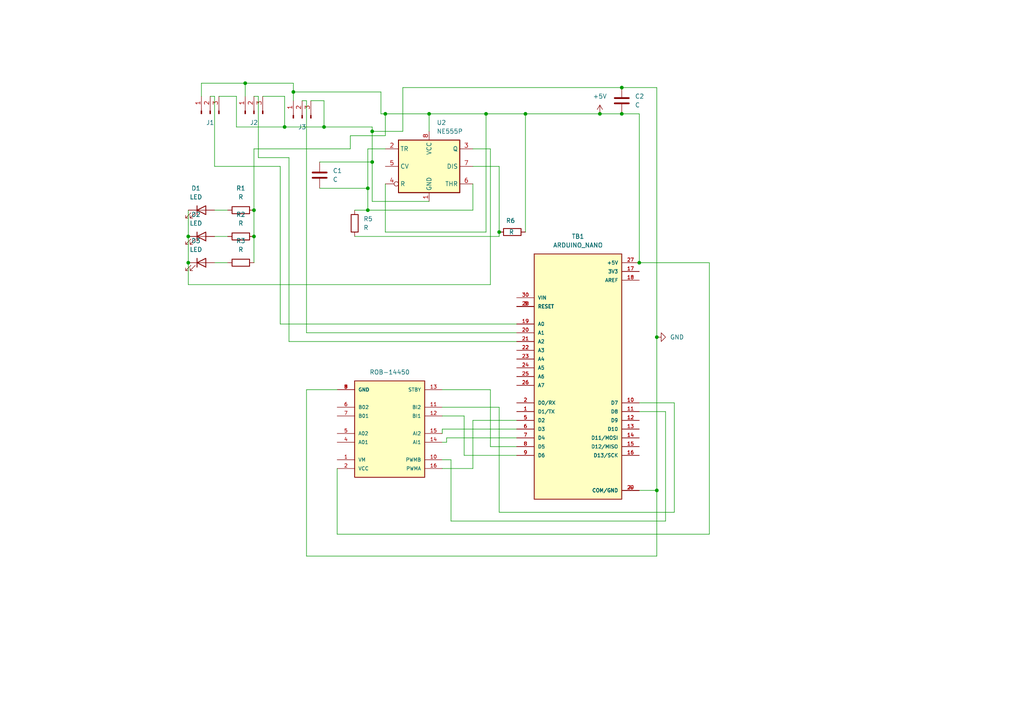
<source format=kicad_sch>
(kicad_sch
	(version 20231120)
	(generator "eeschema")
	(generator_version "8.0")
	(uuid "9f172b48-4cba-43cc-a504-40d63c123bf5")
	(paper "A4")
	(lib_symbols
		(symbol "ARDUINO_NANO:ARDUINO_NANO"
			(pin_names
				(offset 1.016)
			)
			(exclude_from_sim no)
			(in_bom yes)
			(on_board yes)
			(property "Reference" "TB"
				(at -12.7 35.56 0)
				(effects
					(font
						(size 1.27 1.27)
					)
					(justify left bottom)
				)
			)
			(property "Value" "ARDUINO_NANO"
				(at -12.7 -38.1 0)
				(effects
					(font
						(size 1.27 1.27)
					)
					(justify left bottom)
				)
			)
			(property "Footprint" "ARDUINO_NANO:SHIELD_ARDUINO_NANO"
				(at 0 0 0)
				(effects
					(font
						(size 1.27 1.27)
					)
					(justify bottom)
					(hide yes)
				)
			)
			(property "Datasheet" ""
				(at 0 0 0)
				(effects
					(font
						(size 1.27 1.27)
					)
					(hide yes)
				)
			)
			(property "Description" ""
				(at 0 0 0)
				(effects
					(font
						(size 1.27 1.27)
					)
					(hide yes)
				)
			)
			(property "DigiKey_Part_Number" ""
				(at 0 0 0)
				(effects
					(font
						(size 1.27 1.27)
					)
					(justify bottom)
					(hide yes)
				)
			)
			(property "SnapEDA_Link" "https://www.snapeda.com/parts/Arduino%20Nano/Arduino/view-part/?ref=snap"
				(at 0 0 0)
				(effects
					(font
						(size 1.27 1.27)
					)
					(justify bottom)
					(hide yes)
				)
			)
			(property "Description_1" "\nSmall, complete, and breadboard-friendly board based on the ATmega328 (Arduino Nano 3.x)\n"
				(at 0 0 0)
				(effects
					(font
						(size 1.27 1.27)
					)
					(justify bottom)
					(hide yes)
				)
			)
			(property "Package" "Non-Standard Arduino"
				(at 0 0 0)
				(effects
					(font
						(size 1.27 1.27)
					)
					(justify bottom)
					(hide yes)
				)
			)
			(property "Check_prices" "https://www.snapeda.com/parts/Arduino%20Nano/Arduino/view-part/?ref=eda"
				(at 0 0 0)
				(effects
					(font
						(size 1.27 1.27)
					)
					(justify bottom)
					(hide yes)
				)
			)
			(property "STANDARD" "Manufacturer Recommendations"
				(at 0 0 0)
				(effects
					(font
						(size 1.27 1.27)
					)
					(justify bottom)
					(hide yes)
				)
			)
			(property "MF" "Arduino"
				(at 0 0 0)
				(effects
					(font
						(size 1.27 1.27)
					)
					(justify bottom)
					(hide yes)
				)
			)
			(property "MP" "Arduino Nano"
				(at 0 0 0)
				(effects
					(font
						(size 1.27 1.27)
					)
					(justify bottom)
					(hide yes)
				)
			)
			(property "MANUFACTURER" "ARDUINO"
				(at 0 0 0)
				(effects
					(font
						(size 1.27 1.27)
					)
					(justify bottom)
					(hide yes)
				)
			)
			(symbol "ARDUINO_NANO_0_0"
				(rectangle
					(start -12.7 -35.56)
					(end 12.7 35.56)
					(stroke
						(width 0.254)
						(type default)
					)
					(fill
						(type background)
					)
				)
				(pin bidirectional line
					(at -17.78 -10.16 0)
					(length 5.08)
					(name "D1/TX"
						(effects
							(font
								(size 1.016 1.016)
							)
						)
					)
					(number "1"
						(effects
							(font
								(size 1.016 1.016)
							)
						)
					)
				)
				(pin bidirectional line
					(at 17.78 -7.62 180)
					(length 5.08)
					(name "D7"
						(effects
							(font
								(size 1.016 1.016)
							)
						)
					)
					(number "10"
						(effects
							(font
								(size 1.016 1.016)
							)
						)
					)
				)
				(pin bidirectional line
					(at 17.78 -10.16 180)
					(length 5.08)
					(name "D8"
						(effects
							(font
								(size 1.016 1.016)
							)
						)
					)
					(number "11"
						(effects
							(font
								(size 1.016 1.016)
							)
						)
					)
				)
				(pin bidirectional line
					(at 17.78 -12.7 180)
					(length 5.08)
					(name "D9"
						(effects
							(font
								(size 1.016 1.016)
							)
						)
					)
					(number "12"
						(effects
							(font
								(size 1.016 1.016)
							)
						)
					)
				)
				(pin bidirectional line
					(at 17.78 -15.24 180)
					(length 5.08)
					(name "D10"
						(effects
							(font
								(size 1.016 1.016)
							)
						)
					)
					(number "13"
						(effects
							(font
								(size 1.016 1.016)
							)
						)
					)
				)
				(pin bidirectional line
					(at 17.78 -17.78 180)
					(length 5.08)
					(name "D11/MOSI"
						(effects
							(font
								(size 1.016 1.016)
							)
						)
					)
					(number "14"
						(effects
							(font
								(size 1.016 1.016)
							)
						)
					)
				)
				(pin bidirectional line
					(at 17.78 -20.32 180)
					(length 5.08)
					(name "D12/MISO"
						(effects
							(font
								(size 1.016 1.016)
							)
						)
					)
					(number "15"
						(effects
							(font
								(size 1.016 1.016)
							)
						)
					)
				)
				(pin bidirectional line
					(at 17.78 -22.86 180)
					(length 5.08)
					(name "D13/SCK"
						(effects
							(font
								(size 1.016 1.016)
							)
						)
					)
					(number "16"
						(effects
							(font
								(size 1.016 1.016)
							)
						)
					)
				)
				(pin power_in line
					(at 17.78 30.48 180)
					(length 5.08)
					(name "3V3"
						(effects
							(font
								(size 1.016 1.016)
							)
						)
					)
					(number "17"
						(effects
							(font
								(size 1.016 1.016)
							)
						)
					)
				)
				(pin power_in line
					(at 17.78 27.94 180)
					(length 5.08)
					(name "AREF"
						(effects
							(font
								(size 1.016 1.016)
							)
						)
					)
					(number "18"
						(effects
							(font
								(size 1.016 1.016)
							)
						)
					)
				)
				(pin input line
					(at -17.78 15.24 0)
					(length 5.08)
					(name "A0"
						(effects
							(font
								(size 1.016 1.016)
							)
						)
					)
					(number "19"
						(effects
							(font
								(size 1.016 1.016)
							)
						)
					)
				)
				(pin bidirectional line
					(at -17.78 -7.62 0)
					(length 5.08)
					(name "D0/RX"
						(effects
							(font
								(size 1.016 1.016)
							)
						)
					)
					(number "2"
						(effects
							(font
								(size 1.016 1.016)
							)
						)
					)
				)
				(pin input line
					(at -17.78 12.7 0)
					(length 5.08)
					(name "A1"
						(effects
							(font
								(size 1.016 1.016)
							)
						)
					)
					(number "20"
						(effects
							(font
								(size 1.016 1.016)
							)
						)
					)
				)
				(pin input line
					(at -17.78 10.16 0)
					(length 5.08)
					(name "A2"
						(effects
							(font
								(size 1.016 1.016)
							)
						)
					)
					(number "21"
						(effects
							(font
								(size 1.016 1.016)
							)
						)
					)
				)
				(pin input line
					(at -17.78 7.62 0)
					(length 5.08)
					(name "A3"
						(effects
							(font
								(size 1.016 1.016)
							)
						)
					)
					(number "22"
						(effects
							(font
								(size 1.016 1.016)
							)
						)
					)
				)
				(pin input line
					(at -17.78 5.08 0)
					(length 5.08)
					(name "A4"
						(effects
							(font
								(size 1.016 1.016)
							)
						)
					)
					(number "23"
						(effects
							(font
								(size 1.016 1.016)
							)
						)
					)
				)
				(pin input line
					(at -17.78 2.54 0)
					(length 5.08)
					(name "A5"
						(effects
							(font
								(size 1.016 1.016)
							)
						)
					)
					(number "24"
						(effects
							(font
								(size 1.016 1.016)
							)
						)
					)
				)
				(pin input line
					(at -17.78 0 0)
					(length 5.08)
					(name "A6"
						(effects
							(font
								(size 1.016 1.016)
							)
						)
					)
					(number "25"
						(effects
							(font
								(size 1.016 1.016)
							)
						)
					)
				)
				(pin input line
					(at -17.78 -2.54 0)
					(length 5.08)
					(name "A7"
						(effects
							(font
								(size 1.016 1.016)
							)
						)
					)
					(number "26"
						(effects
							(font
								(size 1.016 1.016)
							)
						)
					)
				)
				(pin power_in line
					(at 17.78 33.02 180)
					(length 5.08)
					(name "+5V"
						(effects
							(font
								(size 1.016 1.016)
							)
						)
					)
					(number "27"
						(effects
							(font
								(size 1.016 1.016)
							)
						)
					)
				)
				(pin input line
					(at -17.78 20.32 0)
					(length 5.08)
					(name "RESET"
						(effects
							(font
								(size 1.016 1.016)
							)
						)
					)
					(number "28"
						(effects
							(font
								(size 1.016 1.016)
							)
						)
					)
				)
				(pin power_in line
					(at 17.78 -33.02 180)
					(length 5.08)
					(name "COM/GND"
						(effects
							(font
								(size 1.016 1.016)
							)
						)
					)
					(number "29"
						(effects
							(font
								(size 1.016 1.016)
							)
						)
					)
				)
				(pin input line
					(at -17.78 20.32 0)
					(length 5.08)
					(name "RESET"
						(effects
							(font
								(size 1.016 1.016)
							)
						)
					)
					(number "3"
						(effects
							(font
								(size 1.016 1.016)
							)
						)
					)
				)
				(pin input line
					(at -17.78 22.86 0)
					(length 5.08)
					(name "VIN"
						(effects
							(font
								(size 1.016 1.016)
							)
						)
					)
					(number "30"
						(effects
							(font
								(size 1.016 1.016)
							)
						)
					)
				)
				(pin power_in line
					(at 17.78 -33.02 180)
					(length 5.08)
					(name "COM/GND"
						(effects
							(font
								(size 1.016 1.016)
							)
						)
					)
					(number "4"
						(effects
							(font
								(size 1.016 1.016)
							)
						)
					)
				)
				(pin bidirectional line
					(at -17.78 -12.7 0)
					(length 5.08)
					(name "D2"
						(effects
							(font
								(size 1.016 1.016)
							)
						)
					)
					(number "5"
						(effects
							(font
								(size 1.016 1.016)
							)
						)
					)
				)
				(pin bidirectional line
					(at -17.78 -15.24 0)
					(length 5.08)
					(name "D3"
						(effects
							(font
								(size 1.016 1.016)
							)
						)
					)
					(number "6"
						(effects
							(font
								(size 1.016 1.016)
							)
						)
					)
				)
				(pin bidirectional line
					(at -17.78 -17.78 0)
					(length 5.08)
					(name "D4"
						(effects
							(font
								(size 1.016 1.016)
							)
						)
					)
					(number "7"
						(effects
							(font
								(size 1.016 1.016)
							)
						)
					)
				)
				(pin bidirectional line
					(at -17.78 -20.32 0)
					(length 5.08)
					(name "D5"
						(effects
							(font
								(size 1.016 1.016)
							)
						)
					)
					(number "8"
						(effects
							(font
								(size 1.016 1.016)
							)
						)
					)
				)
				(pin bidirectional line
					(at -17.78 -22.86 0)
					(length 5.08)
					(name "D6"
						(effects
							(font
								(size 1.016 1.016)
							)
						)
					)
					(number "9"
						(effects
							(font
								(size 1.016 1.016)
							)
						)
					)
				)
			)
		)
		(symbol "Connector:Conn_01x03_Pin"
			(pin_names
				(offset 1.016) hide)
			(exclude_from_sim no)
			(in_bom yes)
			(on_board yes)
			(property "Reference" "J"
				(at 0 5.08 0)
				(effects
					(font
						(size 1.27 1.27)
					)
				)
			)
			(property "Value" "Conn_01x03_Pin"
				(at 0 -5.08 0)
				(effects
					(font
						(size 1.27 1.27)
					)
				)
			)
			(property "Footprint" ""
				(at 0 0 0)
				(effects
					(font
						(size 1.27 1.27)
					)
					(hide yes)
				)
			)
			(property "Datasheet" "~"
				(at 0 0 0)
				(effects
					(font
						(size 1.27 1.27)
					)
					(hide yes)
				)
			)
			(property "Description" "Generic connector, single row, 01x03, script generated"
				(at 0 0 0)
				(effects
					(font
						(size 1.27 1.27)
					)
					(hide yes)
				)
			)
			(property "ki_locked" ""
				(at 0 0 0)
				(effects
					(font
						(size 1.27 1.27)
					)
				)
			)
			(property "ki_keywords" "connector"
				(at 0 0 0)
				(effects
					(font
						(size 1.27 1.27)
					)
					(hide yes)
				)
			)
			(property "ki_fp_filters" "Connector*:*_1x??_*"
				(at 0 0 0)
				(effects
					(font
						(size 1.27 1.27)
					)
					(hide yes)
				)
			)
			(symbol "Conn_01x03_Pin_1_1"
				(polyline
					(pts
						(xy 1.27 -2.54) (xy 0.8636 -2.54)
					)
					(stroke
						(width 0.1524)
						(type default)
					)
					(fill
						(type none)
					)
				)
				(polyline
					(pts
						(xy 1.27 0) (xy 0.8636 0)
					)
					(stroke
						(width 0.1524)
						(type default)
					)
					(fill
						(type none)
					)
				)
				(polyline
					(pts
						(xy 1.27 2.54) (xy 0.8636 2.54)
					)
					(stroke
						(width 0.1524)
						(type default)
					)
					(fill
						(type none)
					)
				)
				(rectangle
					(start 0.8636 -2.413)
					(end 0 -2.667)
					(stroke
						(width 0.1524)
						(type default)
					)
					(fill
						(type outline)
					)
				)
				(rectangle
					(start 0.8636 0.127)
					(end 0 -0.127)
					(stroke
						(width 0.1524)
						(type default)
					)
					(fill
						(type outline)
					)
				)
				(rectangle
					(start 0.8636 2.667)
					(end 0 2.413)
					(stroke
						(width 0.1524)
						(type default)
					)
					(fill
						(type outline)
					)
				)
				(pin passive line
					(at 5.08 2.54 180)
					(length 3.81)
					(name "Pin_1"
						(effects
							(font
								(size 1.27 1.27)
							)
						)
					)
					(number "1"
						(effects
							(font
								(size 1.27 1.27)
							)
						)
					)
				)
				(pin passive line
					(at 5.08 0 180)
					(length 3.81)
					(name "Pin_2"
						(effects
							(font
								(size 1.27 1.27)
							)
						)
					)
					(number "2"
						(effects
							(font
								(size 1.27 1.27)
							)
						)
					)
				)
				(pin passive line
					(at 5.08 -2.54 180)
					(length 3.81)
					(name "Pin_3"
						(effects
							(font
								(size 1.27 1.27)
							)
						)
					)
					(number "3"
						(effects
							(font
								(size 1.27 1.27)
							)
						)
					)
				)
			)
		)
		(symbol "Device:C"
			(pin_numbers hide)
			(pin_names
				(offset 0.254)
			)
			(exclude_from_sim no)
			(in_bom yes)
			(on_board yes)
			(property "Reference" "C"
				(at 0.635 2.54 0)
				(effects
					(font
						(size 1.27 1.27)
					)
					(justify left)
				)
			)
			(property "Value" "C"
				(at 0.635 -2.54 0)
				(effects
					(font
						(size 1.27 1.27)
					)
					(justify left)
				)
			)
			(property "Footprint" ""
				(at 0.9652 -3.81 0)
				(effects
					(font
						(size 1.27 1.27)
					)
					(hide yes)
				)
			)
			(property "Datasheet" "~"
				(at 0 0 0)
				(effects
					(font
						(size 1.27 1.27)
					)
					(hide yes)
				)
			)
			(property "Description" "Unpolarized capacitor"
				(at 0 0 0)
				(effects
					(font
						(size 1.27 1.27)
					)
					(hide yes)
				)
			)
			(property "ki_keywords" "cap capacitor"
				(at 0 0 0)
				(effects
					(font
						(size 1.27 1.27)
					)
					(hide yes)
				)
			)
			(property "ki_fp_filters" "C_*"
				(at 0 0 0)
				(effects
					(font
						(size 1.27 1.27)
					)
					(hide yes)
				)
			)
			(symbol "C_0_1"
				(polyline
					(pts
						(xy -2.032 -0.762) (xy 2.032 -0.762)
					)
					(stroke
						(width 0.508)
						(type default)
					)
					(fill
						(type none)
					)
				)
				(polyline
					(pts
						(xy -2.032 0.762) (xy 2.032 0.762)
					)
					(stroke
						(width 0.508)
						(type default)
					)
					(fill
						(type none)
					)
				)
			)
			(symbol "C_1_1"
				(pin passive line
					(at 0 3.81 270)
					(length 2.794)
					(name "~"
						(effects
							(font
								(size 1.27 1.27)
							)
						)
					)
					(number "1"
						(effects
							(font
								(size 1.27 1.27)
							)
						)
					)
				)
				(pin passive line
					(at 0 -3.81 90)
					(length 2.794)
					(name "~"
						(effects
							(font
								(size 1.27 1.27)
							)
						)
					)
					(number "2"
						(effects
							(font
								(size 1.27 1.27)
							)
						)
					)
				)
			)
		)
		(symbol "Device:LED"
			(pin_numbers hide)
			(pin_names
				(offset 1.016) hide)
			(exclude_from_sim no)
			(in_bom yes)
			(on_board yes)
			(property "Reference" "D"
				(at 0 2.54 0)
				(effects
					(font
						(size 1.27 1.27)
					)
				)
			)
			(property "Value" "LED"
				(at 0 -2.54 0)
				(effects
					(font
						(size 1.27 1.27)
					)
				)
			)
			(property "Footprint" ""
				(at 0 0 0)
				(effects
					(font
						(size 1.27 1.27)
					)
					(hide yes)
				)
			)
			(property "Datasheet" "~"
				(at 0 0 0)
				(effects
					(font
						(size 1.27 1.27)
					)
					(hide yes)
				)
			)
			(property "Description" "Light emitting diode"
				(at 0 0 0)
				(effects
					(font
						(size 1.27 1.27)
					)
					(hide yes)
				)
			)
			(property "ki_keywords" "LED diode"
				(at 0 0 0)
				(effects
					(font
						(size 1.27 1.27)
					)
					(hide yes)
				)
			)
			(property "ki_fp_filters" "LED* LED_SMD:* LED_THT:*"
				(at 0 0 0)
				(effects
					(font
						(size 1.27 1.27)
					)
					(hide yes)
				)
			)
			(symbol "LED_0_1"
				(polyline
					(pts
						(xy -1.27 -1.27) (xy -1.27 1.27)
					)
					(stroke
						(width 0.254)
						(type default)
					)
					(fill
						(type none)
					)
				)
				(polyline
					(pts
						(xy -1.27 0) (xy 1.27 0)
					)
					(stroke
						(width 0)
						(type default)
					)
					(fill
						(type none)
					)
				)
				(polyline
					(pts
						(xy 1.27 -1.27) (xy 1.27 1.27) (xy -1.27 0) (xy 1.27 -1.27)
					)
					(stroke
						(width 0.254)
						(type default)
					)
					(fill
						(type none)
					)
				)
				(polyline
					(pts
						(xy -3.048 -0.762) (xy -4.572 -2.286) (xy -3.81 -2.286) (xy -4.572 -2.286) (xy -4.572 -1.524)
					)
					(stroke
						(width 0)
						(type default)
					)
					(fill
						(type none)
					)
				)
				(polyline
					(pts
						(xy -1.778 -0.762) (xy -3.302 -2.286) (xy -2.54 -2.286) (xy -3.302 -2.286) (xy -3.302 -1.524)
					)
					(stroke
						(width 0)
						(type default)
					)
					(fill
						(type none)
					)
				)
			)
			(symbol "LED_1_1"
				(pin passive line
					(at -3.81 0 0)
					(length 2.54)
					(name "K"
						(effects
							(font
								(size 1.27 1.27)
							)
						)
					)
					(number "1"
						(effects
							(font
								(size 1.27 1.27)
							)
						)
					)
				)
				(pin passive line
					(at 3.81 0 180)
					(length 2.54)
					(name "A"
						(effects
							(font
								(size 1.27 1.27)
							)
						)
					)
					(number "2"
						(effects
							(font
								(size 1.27 1.27)
							)
						)
					)
				)
			)
		)
		(symbol "Device:R"
			(pin_numbers hide)
			(pin_names
				(offset 0)
			)
			(exclude_from_sim no)
			(in_bom yes)
			(on_board yes)
			(property "Reference" "R"
				(at 2.032 0 90)
				(effects
					(font
						(size 1.27 1.27)
					)
				)
			)
			(property "Value" "R"
				(at 0 0 90)
				(effects
					(font
						(size 1.27 1.27)
					)
				)
			)
			(property "Footprint" ""
				(at -1.778 0 90)
				(effects
					(font
						(size 1.27 1.27)
					)
					(hide yes)
				)
			)
			(property "Datasheet" "~"
				(at 0 0 0)
				(effects
					(font
						(size 1.27 1.27)
					)
					(hide yes)
				)
			)
			(property "Description" "Resistor"
				(at 0 0 0)
				(effects
					(font
						(size 1.27 1.27)
					)
					(hide yes)
				)
			)
			(property "ki_keywords" "R res resistor"
				(at 0 0 0)
				(effects
					(font
						(size 1.27 1.27)
					)
					(hide yes)
				)
			)
			(property "ki_fp_filters" "R_*"
				(at 0 0 0)
				(effects
					(font
						(size 1.27 1.27)
					)
					(hide yes)
				)
			)
			(symbol "R_0_1"
				(rectangle
					(start -1.016 -2.54)
					(end 1.016 2.54)
					(stroke
						(width 0.254)
						(type default)
					)
					(fill
						(type none)
					)
				)
			)
			(symbol "R_1_1"
				(pin passive line
					(at 0 3.81 270)
					(length 1.27)
					(name "~"
						(effects
							(font
								(size 1.27 1.27)
							)
						)
					)
					(number "1"
						(effects
							(font
								(size 1.27 1.27)
							)
						)
					)
				)
				(pin passive line
					(at 0 -3.81 90)
					(length 1.27)
					(name "~"
						(effects
							(font
								(size 1.27 1.27)
							)
						)
					)
					(number "2"
						(effects
							(font
								(size 1.27 1.27)
							)
						)
					)
				)
			)
		)
		(symbol "ROB-14450:ROB-14450"
			(pin_names
				(offset 1.016)
			)
			(exclude_from_sim no)
			(in_bom yes)
			(on_board yes)
			(property "Reference" "U"
				(at -10.16 16.002 0)
				(effects
					(font
						(size 1.27 1.27)
					)
					(justify left bottom)
				)
			)
			(property "Value" "ROB-14450"
				(at -10.16 -15.24 0)
				(effects
					(font
						(size 1.27 1.27)
					)
					(justify left bottom)
				)
			)
			(property "Footprint" "ROB-14450:MODULE_ROB-14450"
				(at 0 0 0)
				(effects
					(font
						(size 1.27 1.27)
					)
					(justify bottom)
					(hide yes)
				)
			)
			(property "Datasheet" ""
				(at 0 0 0)
				(effects
					(font
						(size 1.27 1.27)
					)
					(hide yes)
				)
			)
			(property "Description" ""
				(at 0 0 0)
				(effects
					(font
						(size 1.27 1.27)
					)
					(hide yes)
				)
			)
			(property "MF" "SparkFun Electronics"
				(at 0 0 0)
				(effects
					(font
						(size 1.27 1.27)
					)
					(justify bottom)
					(hide yes)
				)
			)
			(property "Description_1" "\nTB6612FNG Motor Controller/Driver Power Management Evaluation Board\n"
				(at 0 0 0)
				(effects
					(font
						(size 1.27 1.27)
					)
					(justify bottom)
					(hide yes)
				)
			)
			(property "Package" "None"
				(at 0 0 0)
				(effects
					(font
						(size 1.27 1.27)
					)
					(justify bottom)
					(hide yes)
				)
			)
			(property "Price" "None"
				(at 0 0 0)
				(effects
					(font
						(size 1.27 1.27)
					)
					(justify bottom)
					(hide yes)
				)
			)
			(property "Check_prices" "https://www.snapeda.com/parts/ROB-14450/SparkFun+Electronics/view-part/?ref=eda"
				(at 0 0 0)
				(effects
					(font
						(size 1.27 1.27)
					)
					(justify bottom)
					(hide yes)
				)
			)
			(property "STANDARD" "Manufacturer Recommendation"
				(at 0 0 0)
				(effects
					(font
						(size 1.27 1.27)
					)
					(justify bottom)
					(hide yes)
				)
			)
			(property "PARTREV" "11-13-17"
				(at 0 0 0)
				(effects
					(font
						(size 1.27 1.27)
					)
					(justify bottom)
					(hide yes)
				)
			)
			(property "SnapEDA_Link" "https://www.snapeda.com/parts/ROB-14450/SparkFun+Electronics/view-part/?ref=snap"
				(at 0 0 0)
				(effects
					(font
						(size 1.27 1.27)
					)
					(justify bottom)
					(hide yes)
				)
			)
			(property "MP" "ROB-14450"
				(at 0 0 0)
				(effects
					(font
						(size 1.27 1.27)
					)
					(justify bottom)
					(hide yes)
				)
			)
			(property "Purchase-URL" "https://www.snapeda.com/api/url_track_click_mouser/?unipart_id=2656367&manufacturer=SparkFun Electronics&part_name=ROB-14450&search_term=tb6612fng"
				(at 0 0 0)
				(effects
					(font
						(size 1.27 1.27)
					)
					(justify bottom)
					(hide yes)
				)
			)
			(property "Availability" "In Stock"
				(at 0 0 0)
				(effects
					(font
						(size 1.27 1.27)
					)
					(justify bottom)
					(hide yes)
				)
			)
			(property "MANUFACTURER" "Sparkfun Electronics"
				(at 0 0 0)
				(effects
					(font
						(size 1.27 1.27)
					)
					(justify bottom)
					(hide yes)
				)
			)
			(symbol "ROB-14450_0_0"
				(rectangle
					(start -10.16 -12.7)
					(end 10.16 15.24)
					(stroke
						(width 0.254)
						(type default)
					)
					(fill
						(type background)
					)
				)
				(pin power_in line
					(at 15.24 10.16 180)
					(length 5.08)
					(name "VM"
						(effects
							(font
								(size 1.016 1.016)
							)
						)
					)
					(number "1"
						(effects
							(font
								(size 1.016 1.016)
							)
						)
					)
				)
				(pin input line
					(at -15.24 10.16 0)
					(length 5.08)
					(name "PWMB"
						(effects
							(font
								(size 1.016 1.016)
							)
						)
					)
					(number "10"
						(effects
							(font
								(size 1.016 1.016)
							)
						)
					)
				)
				(pin input line
					(at -15.24 -5.08 0)
					(length 5.08)
					(name "BI2"
						(effects
							(font
								(size 1.016 1.016)
							)
						)
					)
					(number "11"
						(effects
							(font
								(size 1.016 1.016)
							)
						)
					)
				)
				(pin input line
					(at -15.24 -2.54 0)
					(length 5.08)
					(name "BI1"
						(effects
							(font
								(size 1.016 1.016)
							)
						)
					)
					(number "12"
						(effects
							(font
								(size 1.016 1.016)
							)
						)
					)
				)
				(pin input line
					(at -15.24 -10.16 0)
					(length 5.08)
					(name "STBY"
						(effects
							(font
								(size 1.016 1.016)
							)
						)
					)
					(number "13"
						(effects
							(font
								(size 1.016 1.016)
							)
						)
					)
				)
				(pin input line
					(at -15.24 5.08 0)
					(length 5.08)
					(name "AI1"
						(effects
							(font
								(size 1.016 1.016)
							)
						)
					)
					(number "14"
						(effects
							(font
								(size 1.016 1.016)
							)
						)
					)
				)
				(pin input line
					(at -15.24 2.54 0)
					(length 5.08)
					(name "AI2"
						(effects
							(font
								(size 1.016 1.016)
							)
						)
					)
					(number "15"
						(effects
							(font
								(size 1.016 1.016)
							)
						)
					)
				)
				(pin input line
					(at -15.24 12.7 0)
					(length 5.08)
					(name "PWMA"
						(effects
							(font
								(size 1.016 1.016)
							)
						)
					)
					(number "16"
						(effects
							(font
								(size 1.016 1.016)
							)
						)
					)
				)
				(pin power_in line
					(at 15.24 12.7 180)
					(length 5.08)
					(name "VCC"
						(effects
							(font
								(size 1.016 1.016)
							)
						)
					)
					(number "2"
						(effects
							(font
								(size 1.016 1.016)
							)
						)
					)
				)
				(pin power_in line
					(at 15.24 -10.16 180)
					(length 5.08)
					(name "GND"
						(effects
							(font
								(size 1.016 1.016)
							)
						)
					)
					(number "3"
						(effects
							(font
								(size 1.016 1.016)
							)
						)
					)
				)
				(pin output line
					(at 15.24 5.08 180)
					(length 5.08)
					(name "A01"
						(effects
							(font
								(size 1.016 1.016)
							)
						)
					)
					(number "4"
						(effects
							(font
								(size 1.016 1.016)
							)
						)
					)
				)
				(pin output line
					(at 15.24 2.54 180)
					(length 5.08)
					(name "A02"
						(effects
							(font
								(size 1.016 1.016)
							)
						)
					)
					(number "5"
						(effects
							(font
								(size 1.016 1.016)
							)
						)
					)
				)
				(pin output line
					(at 15.24 -5.08 180)
					(length 5.08)
					(name "B02"
						(effects
							(font
								(size 1.016 1.016)
							)
						)
					)
					(number "6"
						(effects
							(font
								(size 1.016 1.016)
							)
						)
					)
				)
				(pin output line
					(at 15.24 -2.54 180)
					(length 5.08)
					(name "B01"
						(effects
							(font
								(size 1.016 1.016)
							)
						)
					)
					(number "7"
						(effects
							(font
								(size 1.016 1.016)
							)
						)
					)
				)
				(pin power_in line
					(at 15.24 -10.16 180)
					(length 5.08)
					(name "GND"
						(effects
							(font
								(size 1.016 1.016)
							)
						)
					)
					(number "8"
						(effects
							(font
								(size 1.016 1.016)
							)
						)
					)
				)
				(pin power_in line
					(at 15.24 -10.16 180)
					(length 5.08)
					(name "GND"
						(effects
							(font
								(size 1.016 1.016)
							)
						)
					)
					(number "9"
						(effects
							(font
								(size 1.016 1.016)
							)
						)
					)
				)
			)
		)
		(symbol "Timer:NE555P"
			(exclude_from_sim no)
			(in_bom yes)
			(on_board yes)
			(property "Reference" "U"
				(at -10.16 8.89 0)
				(effects
					(font
						(size 1.27 1.27)
					)
					(justify left)
				)
			)
			(property "Value" "NE555P"
				(at 2.54 8.89 0)
				(effects
					(font
						(size 1.27 1.27)
					)
					(justify left)
				)
			)
			(property "Footprint" "Package_DIP:DIP-8_W7.62mm"
				(at 16.51 -10.16 0)
				(effects
					(font
						(size 1.27 1.27)
					)
					(hide yes)
				)
			)
			(property "Datasheet" "http://www.ti.com/lit/ds/symlink/ne555.pdf"
				(at 21.59 -10.16 0)
				(effects
					(font
						(size 1.27 1.27)
					)
					(hide yes)
				)
			)
			(property "Description" "Precision Timers, 555 compatible,  PDIP-8"
				(at 0 0 0)
				(effects
					(font
						(size 1.27 1.27)
					)
					(hide yes)
				)
			)
			(property "ki_keywords" "single timer 555"
				(at 0 0 0)
				(effects
					(font
						(size 1.27 1.27)
					)
					(hide yes)
				)
			)
			(property "ki_fp_filters" "DIP*W7.62mm*"
				(at 0 0 0)
				(effects
					(font
						(size 1.27 1.27)
					)
					(hide yes)
				)
			)
			(symbol "NE555P_0_0"
				(pin power_in line
					(at 0 -10.16 90)
					(length 2.54)
					(name "GND"
						(effects
							(font
								(size 1.27 1.27)
							)
						)
					)
					(number "1"
						(effects
							(font
								(size 1.27 1.27)
							)
						)
					)
				)
				(pin power_in line
					(at 0 10.16 270)
					(length 2.54)
					(name "VCC"
						(effects
							(font
								(size 1.27 1.27)
							)
						)
					)
					(number "8"
						(effects
							(font
								(size 1.27 1.27)
							)
						)
					)
				)
			)
			(symbol "NE555P_0_1"
				(rectangle
					(start -8.89 -7.62)
					(end 8.89 7.62)
					(stroke
						(width 0.254)
						(type default)
					)
					(fill
						(type background)
					)
				)
				(rectangle
					(start -8.89 -7.62)
					(end 8.89 7.62)
					(stroke
						(width 0.254)
						(type default)
					)
					(fill
						(type background)
					)
				)
			)
			(symbol "NE555P_1_1"
				(pin input line
					(at -12.7 5.08 0)
					(length 3.81)
					(name "TR"
						(effects
							(font
								(size 1.27 1.27)
							)
						)
					)
					(number "2"
						(effects
							(font
								(size 1.27 1.27)
							)
						)
					)
				)
				(pin output line
					(at 12.7 5.08 180)
					(length 3.81)
					(name "Q"
						(effects
							(font
								(size 1.27 1.27)
							)
						)
					)
					(number "3"
						(effects
							(font
								(size 1.27 1.27)
							)
						)
					)
				)
				(pin input inverted
					(at -12.7 -5.08 0)
					(length 3.81)
					(name "R"
						(effects
							(font
								(size 1.27 1.27)
							)
						)
					)
					(number "4"
						(effects
							(font
								(size 1.27 1.27)
							)
						)
					)
				)
				(pin input line
					(at -12.7 0 0)
					(length 3.81)
					(name "CV"
						(effects
							(font
								(size 1.27 1.27)
							)
						)
					)
					(number "5"
						(effects
							(font
								(size 1.27 1.27)
							)
						)
					)
				)
				(pin input line
					(at 12.7 -5.08 180)
					(length 3.81)
					(name "THR"
						(effects
							(font
								(size 1.27 1.27)
							)
						)
					)
					(number "6"
						(effects
							(font
								(size 1.27 1.27)
							)
						)
					)
				)
				(pin input line
					(at 12.7 0 180)
					(length 3.81)
					(name "DIS"
						(effects
							(font
								(size 1.27 1.27)
							)
						)
					)
					(number "7"
						(effects
							(font
								(size 1.27 1.27)
							)
						)
					)
				)
			)
		)
		(symbol "power:+5V"
			(power)
			(pin_numbers hide)
			(pin_names
				(offset 0) hide)
			(exclude_from_sim no)
			(in_bom yes)
			(on_board yes)
			(property "Reference" "#PWR"
				(at 0 -3.81 0)
				(effects
					(font
						(size 1.27 1.27)
					)
					(hide yes)
				)
			)
			(property "Value" "+5V"
				(at 0 3.556 0)
				(effects
					(font
						(size 1.27 1.27)
					)
				)
			)
			(property "Footprint" ""
				(at 0 0 0)
				(effects
					(font
						(size 1.27 1.27)
					)
					(hide yes)
				)
			)
			(property "Datasheet" ""
				(at 0 0 0)
				(effects
					(font
						(size 1.27 1.27)
					)
					(hide yes)
				)
			)
			(property "Description" "Power symbol creates a global label with name \"+5V\""
				(at 0 0 0)
				(effects
					(font
						(size 1.27 1.27)
					)
					(hide yes)
				)
			)
			(property "ki_keywords" "global power"
				(at 0 0 0)
				(effects
					(font
						(size 1.27 1.27)
					)
					(hide yes)
				)
			)
			(symbol "+5V_0_1"
				(polyline
					(pts
						(xy -0.762 1.27) (xy 0 2.54)
					)
					(stroke
						(width 0)
						(type default)
					)
					(fill
						(type none)
					)
				)
				(polyline
					(pts
						(xy 0 0) (xy 0 2.54)
					)
					(stroke
						(width 0)
						(type default)
					)
					(fill
						(type none)
					)
				)
				(polyline
					(pts
						(xy 0 2.54) (xy 0.762 1.27)
					)
					(stroke
						(width 0)
						(type default)
					)
					(fill
						(type none)
					)
				)
			)
			(symbol "+5V_1_1"
				(pin power_in line
					(at 0 0 90)
					(length 0)
					(name "~"
						(effects
							(font
								(size 1.27 1.27)
							)
						)
					)
					(number "1"
						(effects
							(font
								(size 1.27 1.27)
							)
						)
					)
				)
			)
		)
		(symbol "power:GND"
			(power)
			(pin_numbers hide)
			(pin_names
				(offset 0) hide)
			(exclude_from_sim no)
			(in_bom yes)
			(on_board yes)
			(property "Reference" "#PWR"
				(at 0 -6.35 0)
				(effects
					(font
						(size 1.27 1.27)
					)
					(hide yes)
				)
			)
			(property "Value" "GND"
				(at 0 -3.81 0)
				(effects
					(font
						(size 1.27 1.27)
					)
				)
			)
			(property "Footprint" ""
				(at 0 0 0)
				(effects
					(font
						(size 1.27 1.27)
					)
					(hide yes)
				)
			)
			(property "Datasheet" ""
				(at 0 0 0)
				(effects
					(font
						(size 1.27 1.27)
					)
					(hide yes)
				)
			)
			(property "Description" "Power symbol creates a global label with name \"GND\" , ground"
				(at 0 0 0)
				(effects
					(font
						(size 1.27 1.27)
					)
					(hide yes)
				)
			)
			(property "ki_keywords" "global power"
				(at 0 0 0)
				(effects
					(font
						(size 1.27 1.27)
					)
					(hide yes)
				)
			)
			(symbol "GND_0_1"
				(polyline
					(pts
						(xy 0 0) (xy 0 -1.27) (xy 1.27 -1.27) (xy 0 -2.54) (xy -1.27 -1.27) (xy 0 -1.27)
					)
					(stroke
						(width 0)
						(type default)
					)
					(fill
						(type none)
					)
				)
			)
			(symbol "GND_1_1"
				(pin power_in line
					(at 0 0 270)
					(length 0)
					(name "~"
						(effects
							(font
								(size 1.27 1.27)
							)
						)
					)
					(number "1"
						(effects
							(font
								(size 1.27 1.27)
							)
						)
					)
				)
			)
		)
	)
	(junction
		(at 73.66 68.58)
		(diameter 0)
		(color 0 0 0 0)
		(uuid "130f55fa-5fcf-418e-a7e7-ba2083122bf9")
	)
	(junction
		(at 106.68 60.96)
		(diameter 0)
		(color 0 0 0 0)
		(uuid "1448ace9-20be-44dc-9a2c-9c8d3e75b2dd")
	)
	(junction
		(at 54.61 68.58)
		(diameter 0)
		(color 0 0 0 0)
		(uuid "20d9de8a-6ecc-4294-8913-cd9e5e862dd2")
	)
	(junction
		(at 107.95 38.1)
		(diameter 0)
		(color 0 0 0 0)
		(uuid "28edfcf6-377d-4379-84f5-cf208a664a77")
	)
	(junction
		(at 73.66 60.96)
		(diameter 0)
		(color 0 0 0 0)
		(uuid "3be7131d-795b-4de6-b8ea-302400e24ae5")
	)
	(junction
		(at 82.55 36.83)
		(diameter 0)
		(color 0 0 0 0)
		(uuid "45c31c03-4138-4425-a643-af2e0a690e29")
	)
	(junction
		(at 93.98 36.83)
		(diameter 0)
		(color 0 0 0 0)
		(uuid "49b6124f-530a-4155-b1c8-c794b1567dd5")
	)
	(junction
		(at 152.4 33.02)
		(diameter 0)
		(color 0 0 0 0)
		(uuid "4dac6380-09d9-40bf-b94d-02e2935bf49a")
	)
	(junction
		(at 111.76 33.02)
		(diameter 0)
		(color 0 0 0 0)
		(uuid "5f16e1be-d7bd-45a6-8294-1bd89b60c010")
	)
	(junction
		(at 180.34 33.02)
		(diameter 0)
		(color 0 0 0 0)
		(uuid "6db6d2e6-6997-42ff-bc95-30160461fe11")
	)
	(junction
		(at 190.5 142.24)
		(diameter 0)
		(color 0 0 0 0)
		(uuid "75ace548-51fc-4870-833f-9630bd3b939e")
	)
	(junction
		(at 190.5 97.79)
		(diameter 0)
		(color 0 0 0 0)
		(uuid "a74bea82-204d-45bb-9974-8586e56f3b11")
	)
	(junction
		(at 180.34 25.4)
		(diameter 0)
		(color 0 0 0 0)
		(uuid "a7b2476a-3396-4e0a-835d-216aab12516b")
	)
	(junction
		(at 173.99 33.02)
		(diameter 0)
		(color 0 0 0 0)
		(uuid "c22ac50f-4b02-47f0-b19a-6fcce7e67dc0")
	)
	(junction
		(at 144.78 67.31)
		(diameter 0)
		(color 0 0 0 0)
		(uuid "ca15f617-0ff4-4350-8521-015c20ae52fa")
	)
	(junction
		(at 106.68 54.61)
		(diameter 0)
		(color 0 0 0 0)
		(uuid "cf868f38-ad01-49c9-ac85-bc274ed1f1aa")
	)
	(junction
		(at 140.97 33.02)
		(diameter 0)
		(color 0 0 0 0)
		(uuid "cfeb6219-19fe-4f4f-9424-82dbe287f731")
	)
	(junction
		(at 54.61 76.2)
		(diameter 0)
		(color 0 0 0 0)
		(uuid "d0afe11d-94e0-404d-834b-4c6fa08df3f1")
	)
	(junction
		(at 71.12 24.13)
		(diameter 0)
		(color 0 0 0 0)
		(uuid "dbe8df2c-fc90-44b1-99bb-5de3d0b53d2c")
	)
	(junction
		(at 124.46 33.02)
		(diameter 0)
		(color 0 0 0 0)
		(uuid "dc7a36e6-f0f3-4d87-b86e-f5029074e90e")
	)
	(junction
		(at 107.95 46.99)
		(diameter 0)
		(color 0 0 0 0)
		(uuid "e661ff78-66a0-4601-a757-4db8e06fc2b0")
	)
	(junction
		(at 185.42 76.2)
		(diameter 0)
		(color 0 0 0 0)
		(uuid "f4584ed7-dd1c-4c17-acd9-8180ede7838a")
	)
	(junction
		(at 85.09 26.67)
		(diameter 0)
		(color 0 0 0 0)
		(uuid "ffac79bf-0a58-47f9-b8bd-f045395cec86")
	)
	(wire
		(pts
			(xy 128.27 124.46) (xy 128.27 125.73)
		)
		(stroke
			(width 0)
			(type default)
		)
		(uuid "00b67962-1e11-408d-84be-7d0eed260106")
	)
	(wire
		(pts
			(xy 58.42 24.13) (xy 58.42 27.94)
		)
		(stroke
			(width 0)
			(type default)
		)
		(uuid "018b7d1f-1e76-4b86-9eff-dc6a566abe1a")
	)
	(wire
		(pts
			(xy 85.09 24.13) (xy 71.12 24.13)
		)
		(stroke
			(width 0)
			(type default)
		)
		(uuid "035e7afb-bb7e-45fb-9a84-a88b425cc075")
	)
	(wire
		(pts
			(xy 144.78 118.11) (xy 128.27 118.11)
		)
		(stroke
			(width 0)
			(type default)
		)
		(uuid "0520b72d-0de8-4110-be4b-b85a6818c7f6")
	)
	(wire
		(pts
			(xy 62.23 76.2) (xy 66.04 76.2)
		)
		(stroke
			(width 0)
			(type default)
		)
		(uuid "06f45951-e71a-4bee-81dc-fcdd88de5576")
	)
	(wire
		(pts
			(xy 88.9 161.29) (xy 88.9 113.03)
		)
		(stroke
			(width 0)
			(type default)
		)
		(uuid "08d2593b-602f-416b-90fb-74601c7f6af6")
	)
	(wire
		(pts
			(xy 195.58 148.59) (xy 144.78 148.59)
		)
		(stroke
			(width 0)
			(type default)
		)
		(uuid "0aaa00e9-3352-431c-a54a-271b59de00dc")
	)
	(wire
		(pts
			(xy 54.61 60.96) (xy 54.61 68.58)
		)
		(stroke
			(width 0)
			(type default)
		)
		(uuid "0b710974-080e-4140-9240-4f6435a62a81")
	)
	(wire
		(pts
			(xy 129.54 128.27) (xy 128.27 128.27)
		)
		(stroke
			(width 0)
			(type default)
		)
		(uuid "0bf2ffa8-d84c-4fb9-bf25-f42ffb9893a0")
	)
	(wire
		(pts
			(xy 140.97 67.31) (xy 140.97 33.02)
		)
		(stroke
			(width 0)
			(type default)
		)
		(uuid "0cbe94df-dada-4882-a32b-594fed55977b")
	)
	(wire
		(pts
			(xy 106.68 60.96) (xy 137.16 60.96)
		)
		(stroke
			(width 0)
			(type default)
		)
		(uuid "0dca62ca-e3e0-470f-8d5d-e2409f1469ca")
	)
	(wire
		(pts
			(xy 62.23 60.96) (xy 66.04 60.96)
		)
		(stroke
			(width 0)
			(type default)
		)
		(uuid "0f0b905a-9a40-44ed-a566-0a37f8afb754")
	)
	(wire
		(pts
			(xy 180.34 33.02) (xy 185.42 33.02)
		)
		(stroke
			(width 0)
			(type default)
		)
		(uuid "0ff1ee37-1f7c-4871-81c6-0acf89c532e4")
	)
	(wire
		(pts
			(xy 97.79 135.89) (xy 97.79 154.94)
		)
		(stroke
			(width 0)
			(type default)
		)
		(uuid "1279a381-b8f5-4f38-a2e0-6acc55303dff")
	)
	(wire
		(pts
			(xy 71.12 24.13) (xy 71.12 27.94)
		)
		(stroke
			(width 0)
			(type default)
		)
		(uuid "152d4c6f-4c2d-46a4-98a2-9f655697df1f")
	)
	(wire
		(pts
			(xy 185.42 119.38) (xy 193.04 119.38)
		)
		(stroke
			(width 0)
			(type default)
		)
		(uuid "170cefc3-a36a-4175-8e33-be1100cd93ce")
	)
	(wire
		(pts
			(xy 185.42 142.24) (xy 190.5 142.24)
		)
		(stroke
			(width 0)
			(type default)
		)
		(uuid "17b2733c-b71d-4434-a3f4-c67112d9fe3f")
	)
	(wire
		(pts
			(xy 190.5 161.29) (xy 88.9 161.29)
		)
		(stroke
			(width 0)
			(type default)
		)
		(uuid "185b33a5-74ed-47da-8ece-389984676b76")
	)
	(wire
		(pts
			(xy 180.34 25.4) (xy 190.5 25.4)
		)
		(stroke
			(width 0)
			(type default)
		)
		(uuid "1b1daf9b-a935-45d3-9c6e-878e9071c3c6")
	)
	(wire
		(pts
			(xy 73.66 43.18) (xy 73.66 60.96)
		)
		(stroke
			(width 0)
			(type default)
		)
		(uuid "1c25d5b9-6c2c-48b7-bcbd-9ecdec26d374")
	)
	(wire
		(pts
			(xy 144.78 68.58) (xy 102.87 68.58)
		)
		(stroke
			(width 0)
			(type default)
		)
		(uuid "1f51df80-f96e-48a0-85e6-54f5f80159cc")
	)
	(wire
		(pts
			(xy 190.5 25.4) (xy 190.5 97.79)
		)
		(stroke
			(width 0)
			(type default)
		)
		(uuid "20bafd90-46ed-46c1-88ac-2cd3750f20d7")
	)
	(wire
		(pts
			(xy 152.4 67.31) (xy 152.4 33.02)
		)
		(stroke
			(width 0)
			(type default)
		)
		(uuid "20dd978c-cd34-44fb-a7ab-9203b31571ce")
	)
	(wire
		(pts
			(xy 152.4 33.02) (xy 173.99 33.02)
		)
		(stroke
			(width 0)
			(type default)
		)
		(uuid "23e4548b-9b2d-442b-81fe-6ce957c35690")
	)
	(wire
		(pts
			(xy 137.16 121.92) (xy 137.16 135.89)
		)
		(stroke
			(width 0)
			(type default)
		)
		(uuid "278d928f-29e2-4992-8ef0-83d8264ab82f")
	)
	(wire
		(pts
			(xy 149.86 124.46) (xy 128.27 124.46)
		)
		(stroke
			(width 0)
			(type default)
		)
		(uuid "28d53e5c-b9d2-4fb9-93a3-33641a6e159a")
	)
	(wire
		(pts
			(xy 193.04 119.38) (xy 193.04 151.13)
		)
		(stroke
			(width 0)
			(type default)
		)
		(uuid "29aa3cd9-e57b-407e-85bd-dcae6d7b4488")
	)
	(wire
		(pts
			(xy 116.84 25.4) (xy 116.84 38.1)
		)
		(stroke
			(width 0)
			(type default)
		)
		(uuid "29b3a45e-1db7-4900-8201-b072add7fda5")
	)
	(wire
		(pts
			(xy 149.86 121.92) (xy 137.16 121.92)
		)
		(stroke
			(width 0)
			(type default)
		)
		(uuid "29e30f9b-98aa-4a9d-af62-c57f12bd7b9e")
	)
	(wire
		(pts
			(xy 54.61 68.58) (xy 54.61 76.2)
		)
		(stroke
			(width 0)
			(type default)
		)
		(uuid "2b594a3f-2f58-404e-b20c-e01b7b30af52")
	)
	(wire
		(pts
			(xy 124.46 33.02) (xy 124.46 38.1)
		)
		(stroke
			(width 0)
			(type default)
		)
		(uuid "2e53bcc2-8648-46f0-9b8d-edf30de65589")
	)
	(wire
		(pts
			(xy 190.5 142.24) (xy 190.5 161.29)
		)
		(stroke
			(width 0)
			(type default)
		)
		(uuid "2e683070-56f9-4e09-923c-cd28633a75ac")
	)
	(wire
		(pts
			(xy 110.49 33.02) (xy 111.76 33.02)
		)
		(stroke
			(width 0)
			(type default)
		)
		(uuid "32a7c68d-3487-40b6-bf49-a79e165e0cc9")
	)
	(wire
		(pts
			(xy 73.66 27.94) (xy 74.93 27.94)
		)
		(stroke
			(width 0)
			(type default)
		)
		(uuid "338a451c-2f30-4548-bb5e-94409eeef902")
	)
	(wire
		(pts
			(xy 137.16 53.34) (xy 137.16 60.96)
		)
		(stroke
			(width 0)
			(type default)
		)
		(uuid "37334404-088e-4d78-94fd-9c461188b2af")
	)
	(wire
		(pts
			(xy 85.09 26.67) (xy 85.09 24.13)
		)
		(stroke
			(width 0)
			(type default)
		)
		(uuid "374dc4aa-c88f-4fd4-98fd-7c62c2e9d633")
	)
	(wire
		(pts
			(xy 106.68 43.18) (xy 106.68 54.61)
		)
		(stroke
			(width 0)
			(type default)
		)
		(uuid "3a5db4c3-fce5-4266-8dbd-d558665cb29a")
	)
	(wire
		(pts
			(xy 140.97 33.02) (xy 152.4 33.02)
		)
		(stroke
			(width 0)
			(type default)
		)
		(uuid "3be4dd73-e933-45ca-998c-18a1618420e2")
	)
	(wire
		(pts
			(xy 134.62 132.08) (xy 134.62 120.65)
		)
		(stroke
			(width 0)
			(type default)
		)
		(uuid "3dc50ada-bb83-484a-bdcd-6a329578b829")
	)
	(wire
		(pts
			(xy 73.66 60.96) (xy 73.66 68.58)
		)
		(stroke
			(width 0)
			(type default)
		)
		(uuid "448672b4-6dc3-4670-8d24-d778e1d7e546")
	)
	(wire
		(pts
			(xy 142.24 129.54) (xy 142.24 113.03)
		)
		(stroke
			(width 0)
			(type default)
		)
		(uuid "44d8b937-08cc-43f5-8149-2dee50c2192b")
	)
	(wire
		(pts
			(xy 85.09 26.67) (xy 85.09 29.21)
		)
		(stroke
			(width 0)
			(type default)
		)
		(uuid "464097e5-3623-4aa5-b77b-0b7cebbd3959")
	)
	(wire
		(pts
			(xy 130.81 133.35) (xy 128.27 133.35)
		)
		(stroke
			(width 0)
			(type default)
		)
		(uuid "4924ee7b-f546-4a0e-8c8b-5cded7940a6d")
	)
	(wire
		(pts
			(xy 90.17 29.21) (xy 93.98 29.21)
		)
		(stroke
			(width 0)
			(type default)
		)
		(uuid "4ccf1afb-290a-4e1a-8c9e-28f3f20153ed")
	)
	(wire
		(pts
			(xy 60.96 27.94) (xy 62.23 27.94)
		)
		(stroke
			(width 0)
			(type default)
		)
		(uuid "4df6c17a-6038-43c7-b001-f430fb590edc")
	)
	(wire
		(pts
			(xy 110.49 33.02) (xy 110.49 26.67)
		)
		(stroke
			(width 0)
			(type default)
		)
		(uuid "4efe54a9-1872-484f-86de-3d6bbd274cd1")
	)
	(wire
		(pts
			(xy 124.46 58.42) (xy 107.95 58.42)
		)
		(stroke
			(width 0)
			(type default)
		)
		(uuid "541e9407-5667-4991-b4d5-1e2c970bf1bd")
	)
	(wire
		(pts
			(xy 88.9 29.21) (xy 88.9 96.52)
		)
		(stroke
			(width 0)
			(type default)
		)
		(uuid "59dad52d-e140-446e-9e01-101909311d50")
	)
	(wire
		(pts
			(xy 116.84 25.4) (xy 180.34 25.4)
		)
		(stroke
			(width 0)
			(type default)
		)
		(uuid "5dd45dfe-0f79-479b-a25e-6ea98e0285c0")
	)
	(wire
		(pts
			(xy 101.6 39.37) (xy 111.76 39.37)
		)
		(stroke
			(width 0)
			(type default)
		)
		(uuid "5fd66dcf-6362-4096-9797-10637ae960cf")
	)
	(wire
		(pts
			(xy 149.86 127) (xy 129.54 127)
		)
		(stroke
			(width 0)
			(type default)
		)
		(uuid "628567a3-76fa-45fd-abad-2cba01549d0f")
	)
	(wire
		(pts
			(xy 106.68 43.18) (xy 111.76 43.18)
		)
		(stroke
			(width 0)
			(type default)
		)
		(uuid "6455582e-1579-4911-9182-b0d76b54295e")
	)
	(wire
		(pts
			(xy 82.55 27.94) (xy 82.55 36.83)
		)
		(stroke
			(width 0)
			(type default)
		)
		(uuid "6489cb92-d3f4-41cc-9c93-e41e9881b9f5")
	)
	(wire
		(pts
			(xy 173.99 33.02) (xy 180.34 33.02)
		)
		(stroke
			(width 0)
			(type default)
		)
		(uuid "6535eab8-4fb6-4533-a88e-15f74cdda1fd")
	)
	(wire
		(pts
			(xy 88.9 113.03) (xy 97.79 113.03)
		)
		(stroke
			(width 0)
			(type default)
		)
		(uuid "667a14f9-3a4d-4391-a741-4df18639b396")
	)
	(wire
		(pts
			(xy 92.71 46.99) (xy 107.95 46.99)
		)
		(stroke
			(width 0)
			(type default)
		)
		(uuid "6a69cfd3-27b8-4b96-99be-204dd8a92671")
	)
	(wire
		(pts
			(xy 81.28 93.98) (xy 149.86 93.98)
		)
		(stroke
			(width 0)
			(type default)
		)
		(uuid "6cea6b1d-d808-4cb8-9211-359cfff0d185")
	)
	(wire
		(pts
			(xy 205.74 76.2) (xy 185.42 76.2)
		)
		(stroke
			(width 0)
			(type default)
		)
		(uuid "7131b938-cca1-45a6-949a-af813396f633")
	)
	(wire
		(pts
			(xy 149.86 99.06) (xy 83.82 99.06)
		)
		(stroke
			(width 0)
			(type default)
		)
		(uuid "74ac053d-d89f-492a-a6a2-9084b410bf4a")
	)
	(wire
		(pts
			(xy 106.68 54.61) (xy 106.68 60.96)
		)
		(stroke
			(width 0)
			(type default)
		)
		(uuid "766a5a19-651d-40bd-8440-4f504c8bfc87")
	)
	(wire
		(pts
			(xy 111.76 67.31) (xy 140.97 67.31)
		)
		(stroke
			(width 0)
			(type default)
		)
		(uuid "778d6dd3-9d4d-4f07-9897-4876490242af")
	)
	(wire
		(pts
			(xy 107.95 36.83) (xy 107.95 38.1)
		)
		(stroke
			(width 0)
			(type default)
		)
		(uuid "7bd48f8d-56f6-401a-a399-2c807e512a0e")
	)
	(wire
		(pts
			(xy 129.54 127) (xy 129.54 128.27)
		)
		(stroke
			(width 0)
			(type default)
		)
		(uuid "7c935728-03f8-4f80-a570-0c3e9825cb5a")
	)
	(wire
		(pts
			(xy 107.95 38.1) (xy 107.95 46.99)
		)
		(stroke
			(width 0)
			(type default)
		)
		(uuid "7d4f41f5-68c7-4d38-8c96-dc409aafea41")
	)
	(wire
		(pts
			(xy 63.5 27.94) (xy 68.58 27.94)
		)
		(stroke
			(width 0)
			(type default)
		)
		(uuid "7f7e5eca-9756-4722-a7c3-1c25c4eae4e8")
	)
	(wire
		(pts
			(xy 193.04 151.13) (xy 130.81 151.13)
		)
		(stroke
			(width 0)
			(type default)
		)
		(uuid "840bb8c7-4707-4907-a31d-bcbf78ad346a")
	)
	(wire
		(pts
			(xy 205.74 154.94) (xy 205.74 76.2)
		)
		(stroke
			(width 0)
			(type default)
		)
		(uuid "86957402-66b9-464b-a5a3-0311c4b68f0f")
	)
	(wire
		(pts
			(xy 82.55 36.83) (xy 93.98 36.83)
		)
		(stroke
			(width 0)
			(type default)
		)
		(uuid "8918ca15-3c2f-43e3-b739-83bf847b4ef3")
	)
	(wire
		(pts
			(xy 62.23 48.26) (xy 81.28 48.26)
		)
		(stroke
			(width 0)
			(type default)
		)
		(uuid "8c234d7e-d610-4b4c-852d-b693b2a724eb")
	)
	(wire
		(pts
			(xy 83.82 45.72) (xy 83.82 99.06)
		)
		(stroke
			(width 0)
			(type default)
		)
		(uuid "8ea2a5bc-5738-45df-8f9d-b2a4c373bedd")
	)
	(wire
		(pts
			(xy 62.23 27.94) (xy 62.23 48.26)
		)
		(stroke
			(width 0)
			(type default)
		)
		(uuid "92eb2686-53a8-4605-8729-ed3b3a69808b")
	)
	(wire
		(pts
			(xy 73.66 68.58) (xy 73.66 76.2)
		)
		(stroke
			(width 0)
			(type default)
		)
		(uuid "93817194-c468-4e21-9b24-6f53f7a5efb5")
	)
	(wire
		(pts
			(xy 142.24 113.03) (xy 128.27 113.03)
		)
		(stroke
			(width 0)
			(type default)
		)
		(uuid "93a52174-a2fc-4a50-9abd-a2c160672082")
	)
	(wire
		(pts
			(xy 102.87 60.96) (xy 106.68 60.96)
		)
		(stroke
			(width 0)
			(type default)
		)
		(uuid "96dc9568-aca9-48e2-84ce-d9f4b350c143")
	)
	(wire
		(pts
			(xy 144.78 148.59) (xy 144.78 118.11)
		)
		(stroke
			(width 0)
			(type default)
		)
		(uuid "97aebdf2-5330-4825-9cf6-3a9f5704067d")
	)
	(wire
		(pts
			(xy 93.98 36.83) (xy 107.95 36.83)
		)
		(stroke
			(width 0)
			(type default)
		)
		(uuid "9ab6f4ee-fcf2-4386-a5c6-abbfa66cdbef")
	)
	(wire
		(pts
			(xy 85.09 26.67) (xy 110.49 26.67)
		)
		(stroke
			(width 0)
			(type default)
		)
		(uuid "9af8b0f7-29d5-4527-8875-ba876e22f572")
	)
	(wire
		(pts
			(xy 81.28 48.26) (xy 81.28 93.98)
		)
		(stroke
			(width 0)
			(type default)
		)
		(uuid "a56e5572-d202-4855-95e0-19c516c78e2a")
	)
	(wire
		(pts
			(xy 144.78 48.26) (xy 144.78 67.31)
		)
		(stroke
			(width 0)
			(type default)
		)
		(uuid "a93ec2f2-063a-4a8b-b8f5-cec5f2281e6e")
	)
	(wire
		(pts
			(xy 101.6 43.18) (xy 101.6 39.37)
		)
		(stroke
			(width 0)
			(type default)
		)
		(uuid "a976ff45-6ed7-42ec-a69c-3f384933162f")
	)
	(wire
		(pts
			(xy 74.93 45.72) (xy 83.82 45.72)
		)
		(stroke
			(width 0)
			(type default)
		)
		(uuid "ae61f5fb-3567-479c-8923-eb90074d2fce")
	)
	(wire
		(pts
			(xy 54.61 82.55) (xy 54.61 76.2)
		)
		(stroke
			(width 0)
			(type default)
		)
		(uuid "b1a2d3dc-a911-4d44-9aad-1a6e029ea806")
	)
	(wire
		(pts
			(xy 107.95 38.1) (xy 116.84 38.1)
		)
		(stroke
			(width 0)
			(type default)
		)
		(uuid "b1b37454-c569-41af-85cd-5f404dc20dd7")
	)
	(wire
		(pts
			(xy 130.81 151.13) (xy 130.81 133.35)
		)
		(stroke
			(width 0)
			(type default)
		)
		(uuid "b572187a-1f30-497a-817f-00e0595a488b")
	)
	(wire
		(pts
			(xy 93.98 29.21) (xy 93.98 36.83)
		)
		(stroke
			(width 0)
			(type default)
		)
		(uuid "b969c5c4-2929-4574-a3dc-6ade32d0e7ce")
	)
	(wire
		(pts
			(xy 71.12 24.13) (xy 58.42 24.13)
		)
		(stroke
			(width 0)
			(type default)
		)
		(uuid "ba34ebd9-feab-48ea-8068-3d754a2b2178")
	)
	(wire
		(pts
			(xy 149.86 129.54) (xy 142.24 129.54)
		)
		(stroke
			(width 0)
			(type default)
		)
		(uuid "c1a61f68-f476-4065-92e7-c5705728a692")
	)
	(wire
		(pts
			(xy 111.76 53.34) (xy 111.76 67.31)
		)
		(stroke
			(width 0)
			(type default)
		)
		(uuid "c2221fa9-53c4-4113-99d6-25e0f03e231e")
	)
	(wire
		(pts
			(xy 87.63 29.21) (xy 88.9 29.21)
		)
		(stroke
			(width 0)
			(type default)
		)
		(uuid "c4109ddd-94e5-4572-8e4c-e68e24283ec8")
	)
	(wire
		(pts
			(xy 88.9 96.52) (xy 149.86 96.52)
		)
		(stroke
			(width 0)
			(type default)
		)
		(uuid "c52f21b8-1e2d-476f-92d8-19ee7cafbad5")
	)
	(wire
		(pts
			(xy 137.16 43.18) (xy 142.24 43.18)
		)
		(stroke
			(width 0)
			(type default)
		)
		(uuid "c7ad1db5-2bae-4890-a102-6128cbdb5b26")
	)
	(wire
		(pts
			(xy 185.42 76.2) (xy 185.42 33.02)
		)
		(stroke
			(width 0)
			(type default)
		)
		(uuid "c7f82a76-665e-416d-b42e-925e56c31e85")
	)
	(wire
		(pts
			(xy 142.24 43.18) (xy 142.24 82.55)
		)
		(stroke
			(width 0)
			(type default)
		)
		(uuid "c99fe373-d315-4dc4-8435-f47a9471c4cb")
	)
	(wire
		(pts
			(xy 92.71 54.61) (xy 106.68 54.61)
		)
		(stroke
			(width 0)
			(type default)
		)
		(uuid "ccc5a4ae-84b2-41f4-80a2-a2290134b7e5")
	)
	(wire
		(pts
			(xy 195.58 116.84) (xy 195.58 148.59)
		)
		(stroke
			(width 0)
			(type default)
		)
		(uuid "cd88a6e2-0d48-45c8-8972-d7575958c9a7")
	)
	(wire
		(pts
			(xy 68.58 36.83) (xy 82.55 36.83)
		)
		(stroke
			(width 0)
			(type default)
		)
		(uuid "cf933292-0634-4524-ab9e-d98c83ff53a6")
	)
	(wire
		(pts
			(xy 190.5 97.79) (xy 190.5 142.24)
		)
		(stroke
			(width 0)
			(type default)
		)
		(uuid "d0988f7f-79bd-4d8f-a0c0-a90d25ecd918")
	)
	(wire
		(pts
			(xy 149.86 132.08) (xy 134.62 132.08)
		)
		(stroke
			(width 0)
			(type default)
		)
		(uuid "d0d33b91-ee25-435b-9bf1-0f4f93c014cd")
	)
	(wire
		(pts
			(xy 107.95 46.99) (xy 107.95 58.42)
		)
		(stroke
			(width 0)
			(type default)
		)
		(uuid "d3c2803f-8bb1-4b65-a384-a0853f5cabcf")
	)
	(wire
		(pts
			(xy 137.16 48.26) (xy 144.78 48.26)
		)
		(stroke
			(width 0)
			(type default)
		)
		(uuid "d5a217dd-e032-4950-be77-411dca076c2b")
	)
	(wire
		(pts
			(xy 134.62 120.65) (xy 128.27 120.65)
		)
		(stroke
			(width 0)
			(type default)
		)
		(uuid "d69b2f84-c113-4ca2-b90e-e8e6a3ce52df")
	)
	(wire
		(pts
			(xy 62.23 68.58) (xy 66.04 68.58)
		)
		(stroke
			(width 0)
			(type default)
		)
		(uuid "d6bf2a2b-5f9a-4072-91ca-7952c0cb41ef")
	)
	(wire
		(pts
			(xy 144.78 67.31) (xy 144.78 68.58)
		)
		(stroke
			(width 0)
			(type default)
		)
		(uuid "d6ee20f0-3873-45ee-a017-1ed32fb2a5f1")
	)
	(wire
		(pts
			(xy 97.79 154.94) (xy 205.74 154.94)
		)
		(stroke
			(width 0)
			(type default)
		)
		(uuid "d7c400ac-2279-457b-b21b-2b2e37369c6c")
	)
	(wire
		(pts
			(xy 101.6 43.18) (xy 73.66 43.18)
		)
		(stroke
			(width 0)
			(type default)
		)
		(uuid "dad9c2d3-edb4-47aa-a8df-1679430777a1")
	)
	(wire
		(pts
			(xy 185.42 116.84) (xy 195.58 116.84)
		)
		(stroke
			(width 0)
			(type default)
		)
		(uuid "dbef7286-c882-4618-aeef-4b371b07e383")
	)
	(wire
		(pts
			(xy 124.46 33.02) (xy 140.97 33.02)
		)
		(stroke
			(width 0)
			(type default)
		)
		(uuid "dcd80404-a3f5-4855-973a-bedfe91e016c")
	)
	(wire
		(pts
			(xy 111.76 33.02) (xy 124.46 33.02)
		)
		(stroke
			(width 0)
			(type default)
		)
		(uuid "e0727762-2ac8-4679-a2eb-81b7abcf5553")
	)
	(wire
		(pts
			(xy 76.2 27.94) (xy 82.55 27.94)
		)
		(stroke
			(width 0)
			(type default)
		)
		(uuid "e0aa912b-82bb-45b0-bed9-a9796076b797")
	)
	(wire
		(pts
			(xy 142.24 82.55) (xy 54.61 82.55)
		)
		(stroke
			(width 0)
			(type default)
		)
		(uuid "ea2c0449-10b4-46e9-97d5-a535d854c76e")
	)
	(wire
		(pts
			(xy 74.93 27.94) (xy 74.93 45.72)
		)
		(stroke
			(width 0)
			(type default)
		)
		(uuid "eb31c436-b440-4e69-8a41-37ec35fce6ec")
	)
	(wire
		(pts
			(xy 111.76 33.02) (xy 111.76 39.37)
		)
		(stroke
			(width 0)
			(type default)
		)
		(uuid "ebea5f4b-281e-4840-b2f7-0e2523dfe605")
	)
	(wire
		(pts
			(xy 68.58 27.94) (xy 68.58 36.83)
		)
		(stroke
			(width 0)
			(type default)
		)
		(uuid "fbbef887-0df8-48ae-888c-a2d1e332a6df")
	)
	(wire
		(pts
			(xy 137.16 135.89) (xy 128.27 135.89)
		)
		(stroke
			(width 0)
			(type default)
		)
		(uuid "fd71d66f-464f-4b2e-92c6-38f3c56fcb14")
	)
	(symbol
		(lib_id "power:GND")
		(at 190.5 97.79 90)
		(unit 1)
		(exclude_from_sim no)
		(in_bom yes)
		(on_board yes)
		(dnp no)
		(fields_autoplaced yes)
		(uuid "002323d5-2c53-43e6-8a65-a8b0dd3d9365")
		(property "Reference" "#PWR02"
			(at 196.85 97.79 0)
			(effects
				(font
					(size 1.27 1.27)
				)
				(hide yes)
			)
		)
		(property "Value" "GND"
			(at 194.31 97.7899 90)
			(effects
				(font
					(size 1.27 1.27)
				)
				(justify right)
			)
		)
		(property "Footprint" ""
			(at 190.5 97.79 0)
			(effects
				(font
					(size 1.27 1.27)
				)
				(hide yes)
			)
		)
		(property "Datasheet" ""
			(at 190.5 97.79 0)
			(effects
				(font
					(size 1.27 1.27)
				)
				(hide yes)
			)
		)
		(property "Description" "Power symbol creates a global label with name \"GND\" , ground"
			(at 190.5 97.79 0)
			(effects
				(font
					(size 1.27 1.27)
				)
				(hide yes)
			)
		)
		(pin "1"
			(uuid "4adf97b9-6b3f-477f-b639-54e8674ebaed")
		)
		(instances
			(project "micro_mousev1"
				(path "/9f172b48-4cba-43cc-a504-40d63c123bf5"
					(reference "#PWR02")
					(unit 1)
				)
			)
		)
	)
	(symbol
		(lib_id "Connector:Conn_01x03_Pin")
		(at 87.63 34.29 90)
		(unit 1)
		(exclude_from_sim no)
		(in_bom yes)
		(on_board yes)
		(dnp no)
		(fields_autoplaced yes)
		(uuid "18ad1e7e-f000-49aa-962c-8ab0dcd16aba")
		(property "Reference" "J3"
			(at 87.63 36.83 90)
			(effects
				(font
					(size 1.27 1.27)
				)
			)
		)
		(property "Value" "Conn_01x03_Pin"
			(at 87.63 39.37 90)
			(effects
				(font
					(size 1.27 1.27)
				)
				(hide yes)
			)
		)
		(property "Footprint" "Connector_PinSocket_2.00mm:PinSocket_1x03_P2.00mm_Vertical"
			(at 87.63 34.29 0)
			(effects
				(font
					(size 1.27 1.27)
				)
				(hide yes)
			)
		)
		(property "Datasheet" "~"
			(at 87.63 34.29 0)
			(effects
				(font
					(size 1.27 1.27)
				)
				(hide yes)
			)
		)
		(property "Description" "Generic connector, single row, 01x03, script generated"
			(at 87.63 34.29 0)
			(effects
				(font
					(size 1.27 1.27)
				)
				(hide yes)
			)
		)
		(pin "3"
			(uuid "2a0c8e0a-3596-492d-a625-d8e0368a8cdc")
		)
		(pin "2"
			(uuid "82b4b421-5706-44aa-ac56-0e4274e57fad")
		)
		(pin "1"
			(uuid "57b2a811-2132-47a2-a0b4-48a51e6027a8")
		)
		(instances
			(project "micro_mousev1"
				(path "/9f172b48-4cba-43cc-a504-40d63c123bf5"
					(reference "J3")
					(unit 1)
				)
			)
		)
	)
	(symbol
		(lib_id "Device:C")
		(at 180.34 29.21 180)
		(unit 1)
		(exclude_from_sim no)
		(in_bom yes)
		(on_board yes)
		(dnp no)
		(fields_autoplaced yes)
		(uuid "1c41747a-cb4a-4345-bbb5-2e6df12b1b11")
		(property "Reference" "C2"
			(at 184.15 27.9399 0)
			(effects
				(font
					(size 1.27 1.27)
				)
				(justify right)
			)
		)
		(property "Value" "C"
			(at 184.15 30.4799 0)
			(effects
				(font
					(size 1.27 1.27)
				)
				(justify right)
			)
		)
		(property "Footprint" "Capacitor_SMD:C_0805_2012Metric"
			(at 179.3748 25.4 0)
			(effects
				(font
					(size 1.27 1.27)
				)
				(hide yes)
			)
		)
		(property "Datasheet" "~"
			(at 180.34 29.21 0)
			(effects
				(font
					(size 1.27 1.27)
				)
				(hide yes)
			)
		)
		(property "Description" "Unpolarized capacitor"
			(at 180.34 29.21 0)
			(effects
				(font
					(size 1.27 1.27)
				)
				(hide yes)
			)
		)
		(pin "2"
			(uuid "aa7d8303-aee8-4778-b1f9-44a1dc490822")
		)
		(pin "1"
			(uuid "cbe6b18d-fb49-42f5-b450-25fd75f16018")
		)
		(instances
			(project "micro_mousev1"
				(path "/9f172b48-4cba-43cc-a504-40d63c123bf5"
					(reference "C2")
					(unit 1)
				)
			)
		)
	)
	(symbol
		(lib_id "Device:LED")
		(at 58.42 76.2 0)
		(unit 1)
		(exclude_from_sim no)
		(in_bom yes)
		(on_board yes)
		(dnp no)
		(fields_autoplaced yes)
		(uuid "22de0e3d-18c1-4b8f-847c-4749209d7827")
		(property "Reference" "D3"
			(at 56.8325 69.85 0)
			(effects
				(font
					(size 1.27 1.27)
				)
			)
		)
		(property "Value" "LED"
			(at 56.8325 72.39 0)
			(effects
				(font
					(size 1.27 1.27)
				)
			)
		)
		(property "Footprint" "LED_THT:LED_D5.0mm"
			(at 58.42 76.2 0)
			(effects
				(font
					(size 1.27 1.27)
				)
				(hide yes)
			)
		)
		(property "Datasheet" "~"
			(at 58.42 76.2 0)
			(effects
				(font
					(size 1.27 1.27)
				)
				(hide yes)
			)
		)
		(property "Description" "Light emitting diode"
			(at 58.42 76.2 0)
			(effects
				(font
					(size 1.27 1.27)
				)
				(hide yes)
			)
		)
		(pin "2"
			(uuid "0cadac8d-b2ca-4816-ae76-9a87fb4522df")
		)
		(pin "1"
			(uuid "0c688e3e-9cda-4bbe-a977-a2ac6ae8f034")
		)
		(instances
			(project "micro_mousev1"
				(path "/9f172b48-4cba-43cc-a504-40d63c123bf5"
					(reference "D3")
					(unit 1)
				)
			)
		)
	)
	(symbol
		(lib_id "Device:R")
		(at 69.85 60.96 90)
		(unit 1)
		(exclude_from_sim no)
		(in_bom yes)
		(on_board yes)
		(dnp no)
		(fields_autoplaced yes)
		(uuid "369e2d66-b862-4de9-bfa0-bc0d0ff8952c")
		(property "Reference" "R1"
			(at 69.85 54.61 90)
			(effects
				(font
					(size 1.27 1.27)
				)
			)
		)
		(property "Value" "R"
			(at 69.85 57.15 90)
			(effects
				(font
					(size 1.27 1.27)
				)
			)
		)
		(property "Footprint" "Resistor_SMD:R_0805_2012Metric"
			(at 69.85 62.738 90)
			(effects
				(font
					(size 1.27 1.27)
				)
				(hide yes)
			)
		)
		(property "Datasheet" "~"
			(at 69.85 60.96 0)
			(effects
				(font
					(size 1.27 1.27)
				)
				(hide yes)
			)
		)
		(property "Description" "Resistor"
			(at 69.85 60.96 0)
			(effects
				(font
					(size 1.27 1.27)
				)
				(hide yes)
			)
		)
		(pin "2"
			(uuid "e78300a1-b34d-49bc-9961-2709251d8d31")
		)
		(pin "1"
			(uuid "f9e1a024-3d49-4718-9035-b199136ffe52")
		)
		(instances
			(project "micro_mousev1"
				(path "/9f172b48-4cba-43cc-a504-40d63c123bf5"
					(reference "R1")
					(unit 1)
				)
			)
		)
	)
	(symbol
		(lib_id "power:+5V")
		(at 173.99 33.02 0)
		(unit 1)
		(exclude_from_sim no)
		(in_bom yes)
		(on_board yes)
		(dnp no)
		(fields_autoplaced yes)
		(uuid "574bc5e1-a2ca-48af-87b6-762722e97c68")
		(property "Reference" "#PWR01"
			(at 173.99 36.83 0)
			(effects
				(font
					(size 1.27 1.27)
				)
				(hide yes)
			)
		)
		(property "Value" "+5V"
			(at 173.99 27.94 0)
			(effects
				(font
					(size 1.27 1.27)
				)
			)
		)
		(property "Footprint" ""
			(at 173.99 33.02 0)
			(effects
				(font
					(size 1.27 1.27)
				)
				(hide yes)
			)
		)
		(property "Datasheet" ""
			(at 173.99 33.02 0)
			(effects
				(font
					(size 1.27 1.27)
				)
				(hide yes)
			)
		)
		(property "Description" "Power symbol creates a global label with name \"+5V\""
			(at 173.99 33.02 0)
			(effects
				(font
					(size 1.27 1.27)
				)
				(hide yes)
			)
		)
		(pin "1"
			(uuid "da0c0790-dcee-4af5-8c15-b596171c2767")
		)
		(instances
			(project "micro_mousev1"
				(path "/9f172b48-4cba-43cc-a504-40d63c123bf5"
					(reference "#PWR01")
					(unit 1)
				)
			)
		)
	)
	(symbol
		(lib_id "Timer:NE555P")
		(at 124.46 48.26 0)
		(unit 1)
		(exclude_from_sim no)
		(in_bom yes)
		(on_board yes)
		(dnp no)
		(fields_autoplaced yes)
		(uuid "68b485b0-e50c-49c7-a545-d39fd7b87a54")
		(property "Reference" "U2"
			(at 126.6541 35.56 0)
			(effects
				(font
					(size 1.27 1.27)
				)
				(justify left)
			)
		)
		(property "Value" "NE555P"
			(at 126.6541 38.1 0)
			(effects
				(font
					(size 1.27 1.27)
				)
				(justify left)
			)
		)
		(property "Footprint" "Package_DIP:DIP-8_W7.62mm"
			(at 140.97 58.42 0)
			(effects
				(font
					(size 1.27 1.27)
				)
				(hide yes)
			)
		)
		(property "Datasheet" "http://www.ti.com/lit/ds/symlink/ne555.pdf"
			(at 146.05 58.42 0)
			(effects
				(font
					(size 1.27 1.27)
				)
				(hide yes)
			)
		)
		(property "Description" "Precision Timers, 555 compatible,  PDIP-8"
			(at 124.46 48.26 0)
			(effects
				(font
					(size 1.27 1.27)
				)
				(hide yes)
			)
		)
		(pin "1"
			(uuid "cb9cedbe-f8cb-4647-b1aa-28619461f2a0")
		)
		(pin "7"
			(uuid "39804cb3-ffae-4541-8631-894da3cf8b27")
		)
		(pin "8"
			(uuid "70977ddd-8151-438b-aa06-04cca3611af8")
		)
		(pin "2"
			(uuid "497333bf-55dc-4c66-bc5f-444d4e56d4af")
		)
		(pin "6"
			(uuid "cbc8c616-f6ec-4872-83eb-18784ee13c83")
		)
		(pin "4"
			(uuid "bc24e5d0-bd2e-4c7f-93dd-6a9555905151")
		)
		(pin "3"
			(uuid "70463d11-9d22-46f4-bdb6-9fa5254f5c5b")
		)
		(pin "5"
			(uuid "a111646f-348d-4190-82d2-24dd0b1fa982")
		)
		(instances
			(project "micro_mousev1"
				(path "/9f172b48-4cba-43cc-a504-40d63c123bf5"
					(reference "U2")
					(unit 1)
				)
			)
		)
	)
	(symbol
		(lib_id "Device:R")
		(at 69.85 76.2 90)
		(unit 1)
		(exclude_from_sim no)
		(in_bom yes)
		(on_board yes)
		(dnp no)
		(fields_autoplaced yes)
		(uuid "7986a560-a478-4c81-92c4-0177da0884b9")
		(property "Reference" "R3"
			(at 69.85 69.85 90)
			(effects
				(font
					(size 1.27 1.27)
				)
			)
		)
		(property "Value" "R"
			(at 69.85 72.39 90)
			(effects
				(font
					(size 1.27 1.27)
				)
			)
		)
		(property "Footprint" "Resistor_SMD:R_0805_2012Metric"
			(at 69.85 77.978 90)
			(effects
				(font
					(size 1.27 1.27)
				)
				(hide yes)
			)
		)
		(property "Datasheet" "~"
			(at 69.85 76.2 0)
			(effects
				(font
					(size 1.27 1.27)
				)
				(hide yes)
			)
		)
		(property "Description" "Resistor"
			(at 69.85 76.2 0)
			(effects
				(font
					(size 1.27 1.27)
				)
				(hide yes)
			)
		)
		(pin "2"
			(uuid "b653392b-a557-445e-a013-ecba23c0ce8f")
		)
		(pin "1"
			(uuid "4c330091-4d69-4c9e-84c1-8b02d36d0a8f")
		)
		(instances
			(project "micro_mousev1"
				(path "/9f172b48-4cba-43cc-a504-40d63c123bf5"
					(reference "R3")
					(unit 1)
				)
			)
		)
	)
	(symbol
		(lib_id "Device:R")
		(at 148.59 67.31 90)
		(unit 1)
		(exclude_from_sim no)
		(in_bom yes)
		(on_board yes)
		(dnp no)
		(uuid "7bea3550-a18d-4bbf-bdea-66f2c5507577")
		(property "Reference" "R6"
			(at 148.082 64.008 90)
			(effects
				(font
					(size 1.27 1.27)
				)
			)
		)
		(property "Value" "R"
			(at 148.336 67.31 90)
			(effects
				(font
					(size 1.27 1.27)
				)
			)
		)
		(property "Footprint" "Resistor_SMD:R_0805_2012Metric"
			(at 148.59 69.088 90)
			(effects
				(font
					(size 1.27 1.27)
				)
				(hide yes)
			)
		)
		(property "Datasheet" "~"
			(at 148.59 67.31 0)
			(effects
				(font
					(size 1.27 1.27)
				)
				(hide yes)
			)
		)
		(property "Description" "Resistor"
			(at 148.59 67.31 0)
			(effects
				(font
					(size 1.27 1.27)
				)
				(hide yes)
			)
		)
		(pin "1"
			(uuid "930f05b7-32ca-45f2-b36e-f514df8cbcd2")
		)
		(pin "2"
			(uuid "997e4830-05b7-49d9-8476-5a80c9b0bcf5")
		)
		(instances
			(project "micro_mousev1"
				(path "/9f172b48-4cba-43cc-a504-40d63c123bf5"
					(reference "R6")
					(unit 1)
				)
			)
		)
	)
	(symbol
		(lib_id "Connector:Conn_01x03_Pin")
		(at 60.96 33.02 90)
		(unit 1)
		(exclude_from_sim no)
		(in_bom yes)
		(on_board yes)
		(dnp no)
		(fields_autoplaced yes)
		(uuid "81157e21-1146-43ba-8713-2437b1e2f286")
		(property "Reference" "J1"
			(at 60.96 35.56 90)
			(effects
				(font
					(size 1.27 1.27)
				)
			)
		)
		(property "Value" "Conn_01x03_Pin"
			(at 60.96 38.1 90)
			(effects
				(font
					(size 1.27 1.27)
				)
				(hide yes)
			)
		)
		(property "Footprint" "Connector_PinSocket_2.00mm:PinSocket_1x03_P2.00mm_Vertical"
			(at 60.96 33.02 0)
			(effects
				(font
					(size 1.27 1.27)
				)
				(hide yes)
			)
		)
		(property "Datasheet" "~"
			(at 60.96 33.02 0)
			(effects
				(font
					(size 1.27 1.27)
				)
				(hide yes)
			)
		)
		(property "Description" "Generic connector, single row, 01x03, script generated"
			(at 60.96 33.02 0)
			(effects
				(font
					(size 1.27 1.27)
				)
				(hide yes)
			)
		)
		(pin "3"
			(uuid "2427a6e7-44cb-444c-b714-d407838cdd4d")
		)
		(pin "2"
			(uuid "0368ffb6-5efb-4562-9398-d1f7c56e35e3")
		)
		(pin "1"
			(uuid "c6128111-576e-4d81-9219-1e12379a4ba0")
		)
		(instances
			(project "micro_mousev1"
				(path "/9f172b48-4cba-43cc-a504-40d63c123bf5"
					(reference "J1")
					(unit 1)
				)
			)
		)
	)
	(symbol
		(lib_id "Connector:Conn_01x03_Pin")
		(at 73.66 33.02 90)
		(unit 1)
		(exclude_from_sim no)
		(in_bom yes)
		(on_board yes)
		(dnp no)
		(fields_autoplaced yes)
		(uuid "854c9df4-6e96-43ce-b45e-7a40da4605fa")
		(property "Reference" "J2"
			(at 73.66 35.56 90)
			(effects
				(font
					(size 1.27 1.27)
				)
			)
		)
		(property "Value" "Conn_01x03_Pin"
			(at 73.66 38.1 90)
			(effects
				(font
					(size 1.27 1.27)
				)
				(hide yes)
			)
		)
		(property "Footprint" "Connector_PinSocket_2.00mm:PinSocket_1x03_P2.00mm_Vertical"
			(at 73.66 33.02 0)
			(effects
				(font
					(size 1.27 1.27)
				)
				(hide yes)
			)
		)
		(property "Datasheet" "~"
			(at 73.66 33.02 0)
			(effects
				(font
					(size 1.27 1.27)
				)
				(hide yes)
			)
		)
		(property "Description" "Generic connector, single row, 01x03, script generated"
			(at 73.66 33.02 0)
			(effects
				(font
					(size 1.27 1.27)
				)
				(hide yes)
			)
		)
		(pin "3"
			(uuid "820684b3-f038-4955-b1b9-1f1163d7b0ff")
		)
		(pin "2"
			(uuid "f39a9eb5-96b1-463d-a2ba-ed732a5b159e")
		)
		(pin "1"
			(uuid "aa83c5fd-0a91-4a0c-869f-6e8d2c1e31c7")
		)
		(instances
			(project "micro_mousev1"
				(path "/9f172b48-4cba-43cc-a504-40d63c123bf5"
					(reference "J2")
					(unit 1)
				)
			)
		)
	)
	(symbol
		(lib_id "Device:LED")
		(at 58.42 68.58 0)
		(unit 1)
		(exclude_from_sim no)
		(in_bom yes)
		(on_board yes)
		(dnp no)
		(fields_autoplaced yes)
		(uuid "8c98a25d-1bd7-476d-8b2f-0735a54f1983")
		(property "Reference" "D2"
			(at 56.8325 62.23 0)
			(effects
				(font
					(size 1.27 1.27)
				)
			)
		)
		(property "Value" "LED"
			(at 56.8325 64.77 0)
			(effects
				(font
					(size 1.27 1.27)
				)
			)
		)
		(property "Footprint" "LED_THT:LED_D5.0mm"
			(at 58.42 68.58 0)
			(effects
				(font
					(size 1.27 1.27)
				)
				(hide yes)
			)
		)
		(property "Datasheet" "~"
			(at 58.42 68.58 0)
			(effects
				(font
					(size 1.27 1.27)
				)
				(hide yes)
			)
		)
		(property "Description" "Light emitting diode"
			(at 58.42 68.58 0)
			(effects
				(font
					(size 1.27 1.27)
				)
				(hide yes)
			)
		)
		(pin "1"
			(uuid "1a19ee1b-9259-4d21-9beb-4282eeb6027e")
		)
		(pin "2"
			(uuid "0ef42bf2-e095-4f14-9a79-777aa06bde36")
		)
		(instances
			(project "micro_mousev1"
				(path "/9f172b48-4cba-43cc-a504-40d63c123bf5"
					(reference "D2")
					(unit 1)
				)
			)
		)
	)
	(symbol
		(lib_id "Device:LED")
		(at 58.42 60.96 0)
		(unit 1)
		(exclude_from_sim no)
		(in_bom yes)
		(on_board yes)
		(dnp no)
		(fields_autoplaced yes)
		(uuid "9687d655-b330-4d9e-849e-ff962eb379c4")
		(property "Reference" "D1"
			(at 56.8325 54.61 0)
			(effects
				(font
					(size 1.27 1.27)
				)
			)
		)
		(property "Value" "LED"
			(at 56.8325 57.15 0)
			(effects
				(font
					(size 1.27 1.27)
				)
			)
		)
		(property "Footprint" "LED_THT:LED_D5.0mm"
			(at 58.42 60.96 0)
			(effects
				(font
					(size 1.27 1.27)
				)
				(hide yes)
			)
		)
		(property "Datasheet" "~"
			(at 58.42 60.96 0)
			(effects
				(font
					(size 1.27 1.27)
				)
				(hide yes)
			)
		)
		(property "Description" "Light emitting diode"
			(at 58.42 60.96 0)
			(effects
				(font
					(size 1.27 1.27)
				)
				(hide yes)
			)
		)
		(pin "1"
			(uuid "1abef372-f09a-4d56-9fb7-2c5e2187e694")
		)
		(pin "2"
			(uuid "54ad2b81-a128-453f-9389-56b09063cfee")
		)
		(instances
			(project "micro_mousev1"
				(path "/9f172b48-4cba-43cc-a504-40d63c123bf5"
					(reference "D1")
					(unit 1)
				)
			)
		)
	)
	(symbol
		(lib_id "Device:R")
		(at 102.87 64.77 180)
		(unit 1)
		(exclude_from_sim no)
		(in_bom yes)
		(on_board yes)
		(dnp no)
		(fields_autoplaced yes)
		(uuid "c389a91b-5d7a-4bf6-9d1a-8c48514f3154")
		(property "Reference" "R5"
			(at 105.41 63.4999 0)
			(effects
				(font
					(size 1.27 1.27)
				)
				(justify right)
			)
		)
		(property "Value" "R"
			(at 105.41 66.0399 0)
			(effects
				(font
					(size 1.27 1.27)
				)
				(justify right)
			)
		)
		(property "Footprint" "Resistor_SMD:R_0805_2012Metric"
			(at 104.648 64.77 90)
			(effects
				(font
					(size 1.27 1.27)
				)
				(hide yes)
			)
		)
		(property "Datasheet" "~"
			(at 102.87 64.77 0)
			(effects
				(font
					(size 1.27 1.27)
				)
				(hide yes)
			)
		)
		(property "Description" "Resistor"
			(at 102.87 64.77 0)
			(effects
				(font
					(size 1.27 1.27)
				)
				(hide yes)
			)
		)
		(pin "2"
			(uuid "ac19326b-8f5e-409d-83ba-18cae62721cc")
		)
		(pin "1"
			(uuid "790053ed-041c-44b7-b5ef-ef3d5971f123")
		)
		(instances
			(project "micro_mousev1"
				(path "/9f172b48-4cba-43cc-a504-40d63c123bf5"
					(reference "R5")
					(unit 1)
				)
			)
		)
	)
	(symbol
		(lib_id "ROB-14450:ROB-14450")
		(at 113.03 123.19 180)
		(unit 1)
		(exclude_from_sim no)
		(in_bom yes)
		(on_board yes)
		(dnp no)
		(fields_autoplaced yes)
		(uuid "c5c6ce75-27c7-4b36-96b9-aa246e4020d2")
		(property "Reference" "U1"
			(at 113.03 143.51 0)
			(effects
				(font
					(size 1.27 1.27)
				)
				(hide yes)
			)
		)
		(property "Value" "ROB-14450"
			(at 113.03 107.95 0)
			(effects
				(font
					(size 1.27 1.27)
				)
			)
		)
		(property "Footprint" "tb6612:tb6612"
			(at 113.03 123.19 0)
			(effects
				(font
					(size 1.27 1.27)
				)
				(justify bottom)
				(hide yes)
			)
		)
		(property "Datasheet" ""
			(at 113.03 123.19 0)
			(effects
				(font
					(size 1.27 1.27)
				)
				(hide yes)
			)
		)
		(property "Description" ""
			(at 113.03 123.19 0)
			(effects
				(font
					(size 1.27 1.27)
				)
				(hide yes)
			)
		)
		(property "MF" "SparkFun Electronics"
			(at 113.03 123.19 0)
			(effects
				(font
					(size 1.27 1.27)
				)
				(justify bottom)
				(hide yes)
			)
		)
		(property "Description_1" "\nTB6612FNG Motor Controller/Driver Power Management Evaluation Board\n"
			(at 113.03 123.19 0)
			(effects
				(font
					(size 1.27 1.27)
				)
				(justify bottom)
				(hide yes)
			)
		)
		(property "Package" "None"
			(at 113.03 123.19 0)
			(effects
				(font
					(size 1.27 1.27)
				)
				(justify bottom)
				(hide yes)
			)
		)
		(property "Price" "None"
			(at 113.03 123.19 0)
			(effects
				(font
					(size 1.27 1.27)
				)
				(justify bottom)
				(hide yes)
			)
		)
		(property "Check_prices" "https://www.snapeda.com/parts/ROB-14450/SparkFun+Electronics/view-part/?ref=eda"
			(at 113.03 123.19 0)
			(effects
				(font
					(size 1.27 1.27)
				)
				(justify bottom)
				(hide yes)
			)
		)
		(property "STANDARD" "Manufacturer Recommendation"
			(at 113.03 123.19 0)
			(effects
				(font
					(size 1.27 1.27)
				)
				(justify bottom)
				(hide yes)
			)
		)
		(property "PARTREV" "11-13-17"
			(at 113.03 123.19 0)
			(effects
				(font
					(size 1.27 1.27)
				)
				(justify bottom)
				(hide yes)
			)
		)
		(property "SnapEDA_Link" "https://www.snapeda.com/parts/ROB-14450/SparkFun+Electronics/view-part/?ref=snap"
			(at 113.03 123.19 0)
			(effects
				(font
					(size 1.27 1.27)
				)
				(justify bottom)
				(hide yes)
			)
		)
		(property "MP" "ROB-14450"
			(at 113.03 123.19 0)
			(effects
				(font
					(size 1.27 1.27)
				)
				(justify bottom)
				(hide yes)
			)
		)
		(property "Purchase-URL" "https://www.snapeda.com/api/url_track_click_mouser/?unipart_id=2656367&manufacturer=SparkFun Electronics&part_name=ROB-14450&search_term=tb6612fng"
			(at 113.03 123.19 0)
			(effects
				(font
					(size 1.27 1.27)
				)
				(justify bottom)
				(hide yes)
			)
		)
		(property "Availability" "In Stock"
			(at 113.03 123.19 0)
			(effects
				(font
					(size 1.27 1.27)
				)
				(justify bottom)
				(hide yes)
			)
		)
		(property "MANUFACTURER" "Sparkfun Electronics"
			(at 113.03 123.19 0)
			(effects
				(font
					(size 1.27 1.27)
				)
				(justify bottom)
				(hide yes)
			)
		)
		(pin "12"
			(uuid "617c3961-4421-4e11-9f8a-d4c77bb69223")
		)
		(pin "6"
			(uuid "b1a7eafe-1777-4c05-8fc9-a9c9d41e4c0b")
		)
		(pin "7"
			(uuid "8af134d7-ff85-4a53-8e78-e1a82e83c0cf")
		)
		(pin "8"
			(uuid "7aa4a64d-0de0-4856-97b0-ffaf29b39098")
		)
		(pin "15"
			(uuid "d9c45bf8-a598-40cb-ae8d-370b6ad4a5be")
		)
		(pin "3"
			(uuid "4842efbd-46ec-4ca2-8e00-b0b712ccebe0")
		)
		(pin "13"
			(uuid "20a677f0-72cf-4d7f-9763-d4fd0bbc099a")
		)
		(pin "5"
			(uuid "acb80c75-5876-4bad-ae68-73685ccc006e")
		)
		(pin "10"
			(uuid "13522303-9ff3-4f6d-8cb0-5cdb48766f8c")
		)
		(pin "16"
			(uuid "80097e35-0711-4e68-b53e-010af073aaf8")
		)
		(pin "9"
			(uuid "0b5ffcd9-41c6-4972-92c3-ef9c1502a493")
		)
		(pin "1"
			(uuid "c6fbebef-43b8-4b41-8691-a002b0a798f2")
		)
		(pin "4"
			(uuid "2b766c5f-ba7a-4512-99a7-0b915753fb47")
		)
		(pin "2"
			(uuid "feff9820-3d71-46ef-9ac8-39c1a1ab8c05")
		)
		(pin "11"
			(uuid "d2d0e7d2-812a-46c4-93c5-032d61c76583")
		)
		(pin "14"
			(uuid "e94ebf9d-1074-41c5-b5e5-36266afb2a65")
		)
		(instances
			(project "micro_mousev1"
				(path "/9f172b48-4cba-43cc-a504-40d63c123bf5"
					(reference "U1")
					(unit 1)
				)
			)
		)
	)
	(symbol
		(lib_id "Device:C")
		(at 92.71 50.8 180)
		(unit 1)
		(exclude_from_sim no)
		(in_bom yes)
		(on_board yes)
		(dnp no)
		(fields_autoplaced yes)
		(uuid "ddb4b2f9-fe44-466c-8b9b-18ffa7f23d74")
		(property "Reference" "C1"
			(at 96.52 49.5299 0)
			(effects
				(font
					(size 1.27 1.27)
				)
				(justify right)
			)
		)
		(property "Value" "C"
			(at 96.52 52.0699 0)
			(effects
				(font
					(size 1.27 1.27)
				)
				(justify right)
			)
		)
		(property "Footprint" "Capacitor_SMD:C_0805_2012Metric"
			(at 91.7448 46.99 0)
			(effects
				(font
					(size 1.27 1.27)
				)
				(hide yes)
			)
		)
		(property "Datasheet" "~"
			(at 92.71 50.8 0)
			(effects
				(font
					(size 1.27 1.27)
				)
				(hide yes)
			)
		)
		(property "Description" "Unpolarized capacitor"
			(at 92.71 50.8 0)
			(effects
				(font
					(size 1.27 1.27)
				)
				(hide yes)
			)
		)
		(pin "1"
			(uuid "73b96576-79cc-42bf-9470-b7fc7593ca6c")
		)
		(pin "2"
			(uuid "8ccb4c7c-7672-494d-b481-fd677ece72f1")
		)
		(instances
			(project "micro_mousev1"
				(path "/9f172b48-4cba-43cc-a504-40d63c123bf5"
					(reference "C1")
					(unit 1)
				)
			)
		)
	)
	(symbol
		(lib_id "ARDUINO_NANO:ARDUINO_NANO")
		(at 167.64 109.22 0)
		(unit 1)
		(exclude_from_sim no)
		(in_bom yes)
		(on_board yes)
		(dnp no)
		(fields_autoplaced yes)
		(uuid "e06c316e-9be5-4728-bb14-f572b88113c9")
		(property "Reference" "TB1"
			(at 167.64 68.58 0)
			(effects
				(font
					(size 1.27 1.27)
				)
			)
		)
		(property "Value" "ARDUINO_NANO"
			(at 167.64 71.12 0)
			(effects
				(font
					(size 1.27 1.27)
				)
			)
		)
		(property "Footprint" "Module:Arduino_Nano"
			(at 167.64 109.22 0)
			(effects
				(font
					(size 1.27 1.27)
				)
				(justify bottom)
				(hide yes)
			)
		)
		(property "Datasheet" ""
			(at 167.64 109.22 0)
			(effects
				(font
					(size 1.27 1.27)
				)
				(hide yes)
			)
		)
		(property "Description" ""
			(at 167.64 109.22 0)
			(effects
				(font
					(size 1.27 1.27)
				)
				(hide yes)
			)
		)
		(property "DigiKey_Part_Number" ""
			(at 167.64 109.22 0)
			(effects
				(font
					(size 1.27 1.27)
				)
				(justify bottom)
				(hide yes)
			)
		)
		(property "SnapEDA_Link" "https://www.snapeda.com/parts/Arduino%20Nano/Arduino/view-part/?ref=snap"
			(at 167.64 109.22 0)
			(effects
				(font
					(size 1.27 1.27)
				)
				(justify bottom)
				(hide yes)
			)
		)
		(property "Description_1" "\nSmall, complete, and breadboard-friendly board based on the ATmega328 (Arduino Nano 3.x)\n"
			(at 167.64 109.22 0)
			(effects
				(font
					(size 1.27 1.27)
				)
				(justify bottom)
				(hide yes)
			)
		)
		(property "Package" "Non-Standard Arduino"
			(at 167.64 109.22 0)
			(effects
				(font
					(size 1.27 1.27)
				)
				(justify bottom)
				(hide yes)
			)
		)
		(property "Check_prices" "https://www.snapeda.com/parts/Arduino%20Nano/Arduino/view-part/?ref=eda"
			(at 167.64 109.22 0)
			(effects
				(font
					(size 1.27 1.27)
				)
				(justify bottom)
				(hide yes)
			)
		)
		(property "STANDARD" "Manufacturer Recommendations"
			(at 167.64 109.22 0)
			(effects
				(font
					(size 1.27 1.27)
				)
				(justify bottom)
				(hide yes)
			)
		)
		(property "MF" "Arduino"
			(at 167.64 109.22 0)
			(effects
				(font
					(size 1.27 1.27)
				)
				(justify bottom)
				(hide yes)
			)
		)
		(property "MP" "Arduino Nano"
			(at 167.64 109.22 0)
			(effects
				(font
					(size 1.27 1.27)
				)
				(justify bottom)
				(hide yes)
			)
		)
		(property "MANUFACTURER" "ARDUINO"
			(at 167.64 109.22 0)
			(effects
				(font
					(size 1.27 1.27)
				)
				(justify bottom)
				(hide yes)
			)
		)
		(pin "11"
			(uuid "801170c9-23c7-45ea-9ad4-c901e2872ddb")
		)
		(pin "20"
			(uuid "f3c16bd5-16fa-400d-bc9f-bd741f4a78d1")
		)
		(pin "6"
			(uuid "5fa446a5-2ab6-453e-aa68-3574ffbf92c7")
		)
		(pin "9"
			(uuid "b85f4f05-5387-4b9f-a33e-24b33acc10ff")
		)
		(pin "17"
			(uuid "7f60cdf8-4d99-41c8-a4da-a5d1dd5495f0")
		)
		(pin "26"
			(uuid "66ffaf49-e22b-44f9-9bbd-c43e7acd9b6d")
		)
		(pin "13"
			(uuid "69bbbeb1-c095-49f4-97a4-85c647d8188b")
		)
		(pin "5"
			(uuid "23d33cea-f06d-4039-b135-e1f318a466ce")
		)
		(pin "12"
			(uuid "d7be4647-4825-4c0f-a35a-0d77ff261ce4")
		)
		(pin "19"
			(uuid "df613f84-e6ed-43a9-843b-89af7796aa7a")
		)
		(pin "22"
			(uuid "814f9882-5c89-4ab6-9072-1e4efaf5e8ee")
		)
		(pin "4"
			(uuid "4710c773-2f8c-41ca-8268-35280a194931")
		)
		(pin "18"
			(uuid "10d85845-e26a-49b9-bdb9-0eab6d17371b")
		)
		(pin "14"
			(uuid "54fae863-cda2-4c5c-a579-6b4c826d2240")
		)
		(pin "7"
			(uuid "0334c3b4-8146-4b03-8278-74b2f8788387")
		)
		(pin "8"
			(uuid "68cc8c27-e1f6-4918-ae9e-7140a36a2909")
		)
		(pin "27"
			(uuid "f6e834b0-2301-434d-be01-fa59dbb1c441")
		)
		(pin "30"
			(uuid "79f67661-6e21-40fb-a9d2-27797cc3a63b")
		)
		(pin "28"
			(uuid "5df79428-931c-4837-a7c9-f3d959df3023")
		)
		(pin "1"
			(uuid "44f980ec-d728-4734-88e7-46cc7df0b9e3")
		)
		(pin "29"
			(uuid "63ed0b2b-f045-431e-a15d-726b49e02af6")
		)
		(pin "21"
			(uuid "01a2c65e-3ef6-48ba-b0da-4911421ccba8")
		)
		(pin "25"
			(uuid "0e66538e-abf2-4f1f-b478-b2205347acf2")
		)
		(pin "16"
			(uuid "e8241260-7710-4bf8-9521-c4514f6ea3d1")
		)
		(pin "23"
			(uuid "c10f4279-1748-4090-af42-d4aad615fc31")
		)
		(pin "15"
			(uuid "ca173e83-2d30-428d-83bf-55c042ad89d1")
		)
		(pin "24"
			(uuid "f4521cd0-1c6e-44db-ad77-e1c159e256f9")
		)
		(pin "3"
			(uuid "3f65b919-1291-4f61-821c-1bed5cc0b951")
		)
		(pin "2"
			(uuid "1dafe188-883e-4356-bbf3-8cd730e0ad5d")
		)
		(pin "10"
			(uuid "caf7aecf-46f6-4a34-9454-ec38ff9704ad")
		)
		(instances
			(project "micro_mousev1"
				(path "/9f172b48-4cba-43cc-a504-40d63c123bf5"
					(reference "TB1")
					(unit 1)
				)
			)
		)
	)
	(symbol
		(lib_id "Device:R")
		(at 69.85 68.58 90)
		(unit 1)
		(exclude_from_sim no)
		(in_bom yes)
		(on_board yes)
		(dnp no)
		(fields_autoplaced yes)
		(uuid "e7d10c22-0798-47a5-b779-a8026984f71a")
		(property "Reference" "R2"
			(at 69.85 62.23 90)
			(effects
				(font
					(size 1.27 1.27)
				)
			)
		)
		(property "Value" "R"
			(at 69.85 64.77 90)
			(effects
				(font
					(size 1.27 1.27)
				)
			)
		)
		(property "Footprint" "Resistor_SMD:R_0805_2012Metric"
			(at 69.85 70.358 90)
			(effects
				(font
					(size 1.27 1.27)
				)
				(hide yes)
			)
		)
		(property "Datasheet" "~"
			(at 69.85 68.58 0)
			(effects
				(font
					(size 1.27 1.27)
				)
				(hide yes)
			)
		)
		(property "Description" "Resistor"
			(at 69.85 68.58 0)
			(effects
				(font
					(size 1.27 1.27)
				)
				(hide yes)
			)
		)
		(pin "2"
			(uuid "629642d2-901d-4758-9064-4c037a80f6cf")
		)
		(pin "1"
			(uuid "f8036e8f-901e-4fcc-9060-1e44932db612")
		)
		(instances
			(project "micro_mousev1"
				(path "/9f172b48-4cba-43cc-a504-40d63c123bf5"
					(reference "R2")
					(unit 1)
				)
			)
		)
	)
	(sheet_instances
		(path "/"
			(page "1")
		)
	)
)

</source>
